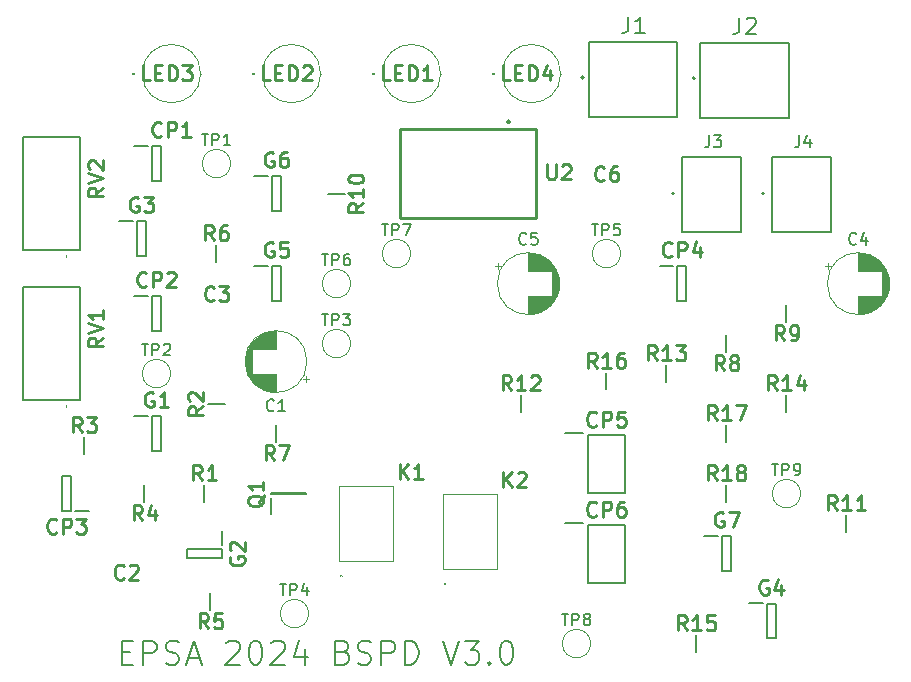
<source format=gbr>
%TF.GenerationSoftware,KiCad,Pcbnew,8.0.0*%
%TF.CreationDate,2024-04-17T16:33:47+02:00*%
%TF.ProjectId,bspdv3,62737064-7633-42e6-9b69-6361645f7063,rev?*%
%TF.SameCoordinates,Original*%
%TF.FileFunction,Legend,Top*%
%TF.FilePolarity,Positive*%
%FSLAX46Y46*%
G04 Gerber Fmt 4.6, Leading zero omitted, Abs format (unit mm)*
G04 Created by KiCad (PCBNEW 8.0.0) date 2024-04-17 16:33:47*
%MOMM*%
%LPD*%
G01*
G04 APERTURE LIST*
%ADD10C,0.200000*%
%ADD11C,0.254000*%
%ADD12C,0.150000*%
%ADD13C,0.120000*%
%ADD14C,0.100000*%
%ADD15C,0.127000*%
G04 APERTURE END LIST*
D10*
X27531768Y-69309219D02*
X28198435Y-69309219D01*
X28484149Y-70356838D02*
X27531768Y-70356838D01*
X27531768Y-70356838D02*
X27531768Y-68356838D01*
X27531768Y-68356838D02*
X28484149Y-68356838D01*
X29341292Y-70356838D02*
X29341292Y-68356838D01*
X29341292Y-68356838D02*
X30103197Y-68356838D01*
X30103197Y-68356838D02*
X30293673Y-68452076D01*
X30293673Y-68452076D02*
X30388911Y-68547314D01*
X30388911Y-68547314D02*
X30484149Y-68737790D01*
X30484149Y-68737790D02*
X30484149Y-69023504D01*
X30484149Y-69023504D02*
X30388911Y-69213980D01*
X30388911Y-69213980D02*
X30293673Y-69309219D01*
X30293673Y-69309219D02*
X30103197Y-69404457D01*
X30103197Y-69404457D02*
X29341292Y-69404457D01*
X31246054Y-70261600D02*
X31531768Y-70356838D01*
X31531768Y-70356838D02*
X32007959Y-70356838D01*
X32007959Y-70356838D02*
X32198435Y-70261600D01*
X32198435Y-70261600D02*
X32293673Y-70166361D01*
X32293673Y-70166361D02*
X32388911Y-69975885D01*
X32388911Y-69975885D02*
X32388911Y-69785409D01*
X32388911Y-69785409D02*
X32293673Y-69594933D01*
X32293673Y-69594933D02*
X32198435Y-69499695D01*
X32198435Y-69499695D02*
X32007959Y-69404457D01*
X32007959Y-69404457D02*
X31627006Y-69309219D01*
X31627006Y-69309219D02*
X31436530Y-69213980D01*
X31436530Y-69213980D02*
X31341292Y-69118742D01*
X31341292Y-69118742D02*
X31246054Y-68928266D01*
X31246054Y-68928266D02*
X31246054Y-68737790D01*
X31246054Y-68737790D02*
X31341292Y-68547314D01*
X31341292Y-68547314D02*
X31436530Y-68452076D01*
X31436530Y-68452076D02*
X31627006Y-68356838D01*
X31627006Y-68356838D02*
X32103197Y-68356838D01*
X32103197Y-68356838D02*
X32388911Y-68452076D01*
X33150816Y-69785409D02*
X34103197Y-69785409D01*
X32960340Y-70356838D02*
X33627006Y-68356838D01*
X33627006Y-68356838D02*
X34293673Y-70356838D01*
X36388912Y-68547314D02*
X36484150Y-68452076D01*
X36484150Y-68452076D02*
X36674626Y-68356838D01*
X36674626Y-68356838D02*
X37150817Y-68356838D01*
X37150817Y-68356838D02*
X37341293Y-68452076D01*
X37341293Y-68452076D02*
X37436531Y-68547314D01*
X37436531Y-68547314D02*
X37531769Y-68737790D01*
X37531769Y-68737790D02*
X37531769Y-68928266D01*
X37531769Y-68928266D02*
X37436531Y-69213980D01*
X37436531Y-69213980D02*
X36293674Y-70356838D01*
X36293674Y-70356838D02*
X37531769Y-70356838D01*
X38769864Y-68356838D02*
X38960341Y-68356838D01*
X38960341Y-68356838D02*
X39150817Y-68452076D01*
X39150817Y-68452076D02*
X39246055Y-68547314D01*
X39246055Y-68547314D02*
X39341293Y-68737790D01*
X39341293Y-68737790D02*
X39436531Y-69118742D01*
X39436531Y-69118742D02*
X39436531Y-69594933D01*
X39436531Y-69594933D02*
X39341293Y-69975885D01*
X39341293Y-69975885D02*
X39246055Y-70166361D01*
X39246055Y-70166361D02*
X39150817Y-70261600D01*
X39150817Y-70261600D02*
X38960341Y-70356838D01*
X38960341Y-70356838D02*
X38769864Y-70356838D01*
X38769864Y-70356838D02*
X38579388Y-70261600D01*
X38579388Y-70261600D02*
X38484150Y-70166361D01*
X38484150Y-70166361D02*
X38388912Y-69975885D01*
X38388912Y-69975885D02*
X38293674Y-69594933D01*
X38293674Y-69594933D02*
X38293674Y-69118742D01*
X38293674Y-69118742D02*
X38388912Y-68737790D01*
X38388912Y-68737790D02*
X38484150Y-68547314D01*
X38484150Y-68547314D02*
X38579388Y-68452076D01*
X38579388Y-68452076D02*
X38769864Y-68356838D01*
X40198436Y-68547314D02*
X40293674Y-68452076D01*
X40293674Y-68452076D02*
X40484150Y-68356838D01*
X40484150Y-68356838D02*
X40960341Y-68356838D01*
X40960341Y-68356838D02*
X41150817Y-68452076D01*
X41150817Y-68452076D02*
X41246055Y-68547314D01*
X41246055Y-68547314D02*
X41341293Y-68737790D01*
X41341293Y-68737790D02*
X41341293Y-68928266D01*
X41341293Y-68928266D02*
X41246055Y-69213980D01*
X41246055Y-69213980D02*
X40103198Y-70356838D01*
X40103198Y-70356838D02*
X41341293Y-70356838D01*
X43055579Y-69023504D02*
X43055579Y-70356838D01*
X42579388Y-68261600D02*
X42103198Y-69690171D01*
X42103198Y-69690171D02*
X43341293Y-69690171D01*
X46293675Y-69309219D02*
X46579389Y-69404457D01*
X46579389Y-69404457D02*
X46674627Y-69499695D01*
X46674627Y-69499695D02*
X46769865Y-69690171D01*
X46769865Y-69690171D02*
X46769865Y-69975885D01*
X46769865Y-69975885D02*
X46674627Y-70166361D01*
X46674627Y-70166361D02*
X46579389Y-70261600D01*
X46579389Y-70261600D02*
X46388913Y-70356838D01*
X46388913Y-70356838D02*
X45627008Y-70356838D01*
X45627008Y-70356838D02*
X45627008Y-68356838D01*
X45627008Y-68356838D02*
X46293675Y-68356838D01*
X46293675Y-68356838D02*
X46484151Y-68452076D01*
X46484151Y-68452076D02*
X46579389Y-68547314D01*
X46579389Y-68547314D02*
X46674627Y-68737790D01*
X46674627Y-68737790D02*
X46674627Y-68928266D01*
X46674627Y-68928266D02*
X46579389Y-69118742D01*
X46579389Y-69118742D02*
X46484151Y-69213980D01*
X46484151Y-69213980D02*
X46293675Y-69309219D01*
X46293675Y-69309219D02*
X45627008Y-69309219D01*
X47531770Y-70261600D02*
X47817484Y-70356838D01*
X47817484Y-70356838D02*
X48293675Y-70356838D01*
X48293675Y-70356838D02*
X48484151Y-70261600D01*
X48484151Y-70261600D02*
X48579389Y-70166361D01*
X48579389Y-70166361D02*
X48674627Y-69975885D01*
X48674627Y-69975885D02*
X48674627Y-69785409D01*
X48674627Y-69785409D02*
X48579389Y-69594933D01*
X48579389Y-69594933D02*
X48484151Y-69499695D01*
X48484151Y-69499695D02*
X48293675Y-69404457D01*
X48293675Y-69404457D02*
X47912722Y-69309219D01*
X47912722Y-69309219D02*
X47722246Y-69213980D01*
X47722246Y-69213980D02*
X47627008Y-69118742D01*
X47627008Y-69118742D02*
X47531770Y-68928266D01*
X47531770Y-68928266D02*
X47531770Y-68737790D01*
X47531770Y-68737790D02*
X47627008Y-68547314D01*
X47627008Y-68547314D02*
X47722246Y-68452076D01*
X47722246Y-68452076D02*
X47912722Y-68356838D01*
X47912722Y-68356838D02*
X48388913Y-68356838D01*
X48388913Y-68356838D02*
X48674627Y-68452076D01*
X49531770Y-70356838D02*
X49531770Y-68356838D01*
X49531770Y-68356838D02*
X50293675Y-68356838D01*
X50293675Y-68356838D02*
X50484151Y-68452076D01*
X50484151Y-68452076D02*
X50579389Y-68547314D01*
X50579389Y-68547314D02*
X50674627Y-68737790D01*
X50674627Y-68737790D02*
X50674627Y-69023504D01*
X50674627Y-69023504D02*
X50579389Y-69213980D01*
X50579389Y-69213980D02*
X50484151Y-69309219D01*
X50484151Y-69309219D02*
X50293675Y-69404457D01*
X50293675Y-69404457D02*
X49531770Y-69404457D01*
X51531770Y-70356838D02*
X51531770Y-68356838D01*
X51531770Y-68356838D02*
X52007960Y-68356838D01*
X52007960Y-68356838D02*
X52293675Y-68452076D01*
X52293675Y-68452076D02*
X52484151Y-68642552D01*
X52484151Y-68642552D02*
X52579389Y-68833028D01*
X52579389Y-68833028D02*
X52674627Y-69213980D01*
X52674627Y-69213980D02*
X52674627Y-69499695D01*
X52674627Y-69499695D02*
X52579389Y-69880647D01*
X52579389Y-69880647D02*
X52484151Y-70071123D01*
X52484151Y-70071123D02*
X52293675Y-70261600D01*
X52293675Y-70261600D02*
X52007960Y-70356838D01*
X52007960Y-70356838D02*
X51531770Y-70356838D01*
X54769866Y-68356838D02*
X55436532Y-70356838D01*
X55436532Y-70356838D02*
X56103199Y-68356838D01*
X56579390Y-68356838D02*
X57817485Y-68356838D01*
X57817485Y-68356838D02*
X57150818Y-69118742D01*
X57150818Y-69118742D02*
X57436533Y-69118742D01*
X57436533Y-69118742D02*
X57627009Y-69213980D01*
X57627009Y-69213980D02*
X57722247Y-69309219D01*
X57722247Y-69309219D02*
X57817485Y-69499695D01*
X57817485Y-69499695D02*
X57817485Y-69975885D01*
X57817485Y-69975885D02*
X57722247Y-70166361D01*
X57722247Y-70166361D02*
X57627009Y-70261600D01*
X57627009Y-70261600D02*
X57436533Y-70356838D01*
X57436533Y-70356838D02*
X56865104Y-70356838D01*
X56865104Y-70356838D02*
X56674628Y-70261600D01*
X56674628Y-70261600D02*
X56579390Y-70166361D01*
X58674628Y-70166361D02*
X58769866Y-70261600D01*
X58769866Y-70261600D02*
X58674628Y-70356838D01*
X58674628Y-70356838D02*
X58579390Y-70261600D01*
X58579390Y-70261600D02*
X58674628Y-70166361D01*
X58674628Y-70166361D02*
X58674628Y-70356838D01*
X60007961Y-68356838D02*
X60198438Y-68356838D01*
X60198438Y-68356838D02*
X60388914Y-68452076D01*
X60388914Y-68452076D02*
X60484152Y-68547314D01*
X60484152Y-68547314D02*
X60579390Y-68737790D01*
X60579390Y-68737790D02*
X60674628Y-69118742D01*
X60674628Y-69118742D02*
X60674628Y-69594933D01*
X60674628Y-69594933D02*
X60579390Y-69975885D01*
X60579390Y-69975885D02*
X60484152Y-70166361D01*
X60484152Y-70166361D02*
X60388914Y-70261600D01*
X60388914Y-70261600D02*
X60198438Y-70356838D01*
X60198438Y-70356838D02*
X60007961Y-70356838D01*
X60007961Y-70356838D02*
X59817485Y-70261600D01*
X59817485Y-70261600D02*
X59722247Y-70166361D01*
X59722247Y-70166361D02*
X59627009Y-69975885D01*
X59627009Y-69975885D02*
X59531771Y-69594933D01*
X59531771Y-69594933D02*
X59531771Y-69118742D01*
X59531771Y-69118742D02*
X59627009Y-68737790D01*
X59627009Y-68737790D02*
X59722247Y-68547314D01*
X59722247Y-68547314D02*
X59817485Y-68452076D01*
X59817485Y-68452076D02*
X60007961Y-68356838D01*
D11*
X34852234Y-67300289D02*
X34428900Y-66695527D01*
X34126519Y-67300289D02*
X34126519Y-66030289D01*
X34126519Y-66030289D02*
X34610329Y-66030289D01*
X34610329Y-66030289D02*
X34731281Y-66090765D01*
X34731281Y-66090765D02*
X34791758Y-66151241D01*
X34791758Y-66151241D02*
X34852234Y-66272193D01*
X34852234Y-66272193D02*
X34852234Y-66453622D01*
X34852234Y-66453622D02*
X34791758Y-66574574D01*
X34791758Y-66574574D02*
X34731281Y-66635051D01*
X34731281Y-66635051D02*
X34610329Y-66695527D01*
X34610329Y-66695527D02*
X34126519Y-66695527D01*
X36001281Y-66030289D02*
X35396519Y-66030289D01*
X35396519Y-66030289D02*
X35336043Y-66635051D01*
X35336043Y-66635051D02*
X35396519Y-66574574D01*
X35396519Y-66574574D02*
X35517472Y-66514098D01*
X35517472Y-66514098D02*
X35819853Y-66514098D01*
X35819853Y-66514098D02*
X35940805Y-66574574D01*
X35940805Y-66574574D02*
X36001281Y-66635051D01*
X36001281Y-66635051D02*
X36061758Y-66756003D01*
X36061758Y-66756003D02*
X36061758Y-67058384D01*
X36061758Y-67058384D02*
X36001281Y-67179336D01*
X36001281Y-67179336D02*
X35940805Y-67239813D01*
X35940805Y-67239813D02*
X35819853Y-67300289D01*
X35819853Y-67300289D02*
X35517472Y-67300289D01*
X35517472Y-67300289D02*
X35396519Y-67239813D01*
X35396519Y-67239813D02*
X35336043Y-67179336D01*
X40367857Y-27023755D02*
X40246904Y-26963279D01*
X40246904Y-26963279D02*
X40065476Y-26963279D01*
X40065476Y-26963279D02*
X39884047Y-27023755D01*
X39884047Y-27023755D02*
X39763095Y-27144707D01*
X39763095Y-27144707D02*
X39702618Y-27265660D01*
X39702618Y-27265660D02*
X39642142Y-27507564D01*
X39642142Y-27507564D02*
X39642142Y-27688993D01*
X39642142Y-27688993D02*
X39702618Y-27930898D01*
X39702618Y-27930898D02*
X39763095Y-28051850D01*
X39763095Y-28051850D02*
X39884047Y-28172803D01*
X39884047Y-28172803D02*
X40065476Y-28233279D01*
X40065476Y-28233279D02*
X40186428Y-28233279D01*
X40186428Y-28233279D02*
X40367857Y-28172803D01*
X40367857Y-28172803D02*
X40428333Y-28112326D01*
X40428333Y-28112326D02*
X40428333Y-27688993D01*
X40428333Y-27688993D02*
X40186428Y-27688993D01*
X41516904Y-26963279D02*
X41274999Y-26963279D01*
X41274999Y-26963279D02*
X41154047Y-27023755D01*
X41154047Y-27023755D02*
X41093571Y-27084231D01*
X41093571Y-27084231D02*
X40972618Y-27265660D01*
X40972618Y-27265660D02*
X40912142Y-27507564D01*
X40912142Y-27507564D02*
X40912142Y-27991374D01*
X40912142Y-27991374D02*
X40972618Y-28112326D01*
X40972618Y-28112326D02*
X41033095Y-28172803D01*
X41033095Y-28172803D02*
X41154047Y-28233279D01*
X41154047Y-28233279D02*
X41395952Y-28233279D01*
X41395952Y-28233279D02*
X41516904Y-28172803D01*
X41516904Y-28172803D02*
X41577380Y-28112326D01*
X41577380Y-28112326D02*
X41637857Y-27991374D01*
X41637857Y-27991374D02*
X41637857Y-27688993D01*
X41637857Y-27688993D02*
X41577380Y-27568041D01*
X41577380Y-27568041D02*
X41516904Y-27507564D01*
X41516904Y-27507564D02*
X41395952Y-27447088D01*
X41395952Y-27447088D02*
X41154047Y-27447088D01*
X41154047Y-27447088D02*
X41033095Y-27507564D01*
X41033095Y-27507564D02*
X40972618Y-27568041D01*
X40972618Y-27568041D02*
X40912142Y-27688993D01*
X82991670Y-47132347D02*
X82568336Y-46527585D01*
X82265955Y-47132347D02*
X82265955Y-45862347D01*
X82265955Y-45862347D02*
X82749765Y-45862347D01*
X82749765Y-45862347D02*
X82870717Y-45922823D01*
X82870717Y-45922823D02*
X82931194Y-45983299D01*
X82931194Y-45983299D02*
X82991670Y-46104251D01*
X82991670Y-46104251D02*
X82991670Y-46285680D01*
X82991670Y-46285680D02*
X82931194Y-46406632D01*
X82931194Y-46406632D02*
X82870717Y-46467109D01*
X82870717Y-46467109D02*
X82749765Y-46527585D01*
X82749765Y-46527585D02*
X82265955Y-46527585D01*
X84201194Y-47132347D02*
X83475479Y-47132347D01*
X83838336Y-47132347D02*
X83838336Y-45862347D01*
X83838336Y-45862347D02*
X83717384Y-46043775D01*
X83717384Y-46043775D02*
X83596432Y-46164728D01*
X83596432Y-46164728D02*
X83475479Y-46225204D01*
X85289765Y-46285680D02*
X85289765Y-47132347D01*
X84987384Y-45801871D02*
X84685003Y-46709013D01*
X84685003Y-46709013D02*
X85471194Y-46709013D01*
D12*
X34298095Y-25396819D02*
X34869523Y-25396819D01*
X34583809Y-26396819D02*
X34583809Y-25396819D01*
X35202857Y-26396819D02*
X35202857Y-25396819D01*
X35202857Y-25396819D02*
X35583809Y-25396819D01*
X35583809Y-25396819D02*
X35679047Y-25444438D01*
X35679047Y-25444438D02*
X35726666Y-25492057D01*
X35726666Y-25492057D02*
X35774285Y-25587295D01*
X35774285Y-25587295D02*
X35774285Y-25730152D01*
X35774285Y-25730152D02*
X35726666Y-25825390D01*
X35726666Y-25825390D02*
X35679047Y-25873009D01*
X35679047Y-25873009D02*
X35583809Y-25920628D01*
X35583809Y-25920628D02*
X35202857Y-25920628D01*
X36726666Y-26396819D02*
X36155238Y-26396819D01*
X36440952Y-26396819D02*
X36440952Y-25396819D01*
X36440952Y-25396819D02*
X36345714Y-25539676D01*
X36345714Y-25539676D02*
X36250476Y-25634914D01*
X36250476Y-25634914D02*
X36155238Y-25682533D01*
D11*
X22013333Y-59154404D02*
X21952857Y-59214881D01*
X21952857Y-59214881D02*
X21771428Y-59275357D01*
X21771428Y-59275357D02*
X21650476Y-59275357D01*
X21650476Y-59275357D02*
X21469047Y-59214881D01*
X21469047Y-59214881D02*
X21348095Y-59093928D01*
X21348095Y-59093928D02*
X21287618Y-58972976D01*
X21287618Y-58972976D02*
X21227142Y-58731071D01*
X21227142Y-58731071D02*
X21227142Y-58549642D01*
X21227142Y-58549642D02*
X21287618Y-58307738D01*
X21287618Y-58307738D02*
X21348095Y-58186785D01*
X21348095Y-58186785D02*
X21469047Y-58065833D01*
X21469047Y-58065833D02*
X21650476Y-58005357D01*
X21650476Y-58005357D02*
X21771428Y-58005357D01*
X21771428Y-58005357D02*
X21952857Y-58065833D01*
X21952857Y-58065833D02*
X22013333Y-58126309D01*
X22557618Y-59275357D02*
X22557618Y-58005357D01*
X22557618Y-58005357D02*
X23041428Y-58005357D01*
X23041428Y-58005357D02*
X23162380Y-58065833D01*
X23162380Y-58065833D02*
X23222857Y-58126309D01*
X23222857Y-58126309D02*
X23283333Y-58247261D01*
X23283333Y-58247261D02*
X23283333Y-58428690D01*
X23283333Y-58428690D02*
X23222857Y-58549642D01*
X23222857Y-58549642D02*
X23162380Y-58610119D01*
X23162380Y-58610119D02*
X23041428Y-58670595D01*
X23041428Y-58670595D02*
X22557618Y-58670595D01*
X23706666Y-58005357D02*
X24492857Y-58005357D01*
X24492857Y-58005357D02*
X24069523Y-58489166D01*
X24069523Y-58489166D02*
X24250952Y-58489166D01*
X24250952Y-58489166D02*
X24371904Y-58549642D01*
X24371904Y-58549642D02*
X24432380Y-58610119D01*
X24432380Y-58610119D02*
X24492857Y-58731071D01*
X24492857Y-58731071D02*
X24492857Y-59033452D01*
X24492857Y-59033452D02*
X24432380Y-59154404D01*
X24432380Y-59154404D02*
X24371904Y-59214881D01*
X24371904Y-59214881D02*
X24250952Y-59275357D01*
X24250952Y-59275357D02*
X23888095Y-59275357D01*
X23888095Y-59275357D02*
X23767142Y-59214881D01*
X23767142Y-59214881D02*
X23706666Y-59154404D01*
X74113333Y-35732326D02*
X74052857Y-35792803D01*
X74052857Y-35792803D02*
X73871428Y-35853279D01*
X73871428Y-35853279D02*
X73750476Y-35853279D01*
X73750476Y-35853279D02*
X73569047Y-35792803D01*
X73569047Y-35792803D02*
X73448095Y-35671850D01*
X73448095Y-35671850D02*
X73387618Y-35550898D01*
X73387618Y-35550898D02*
X73327142Y-35308993D01*
X73327142Y-35308993D02*
X73327142Y-35127564D01*
X73327142Y-35127564D02*
X73387618Y-34885660D01*
X73387618Y-34885660D02*
X73448095Y-34764707D01*
X73448095Y-34764707D02*
X73569047Y-34643755D01*
X73569047Y-34643755D02*
X73750476Y-34583279D01*
X73750476Y-34583279D02*
X73871428Y-34583279D01*
X73871428Y-34583279D02*
X74052857Y-34643755D01*
X74052857Y-34643755D02*
X74113333Y-34704231D01*
X74657618Y-35853279D02*
X74657618Y-34583279D01*
X74657618Y-34583279D02*
X75141428Y-34583279D01*
X75141428Y-34583279D02*
X75262380Y-34643755D01*
X75262380Y-34643755D02*
X75322857Y-34704231D01*
X75322857Y-34704231D02*
X75383333Y-34825183D01*
X75383333Y-34825183D02*
X75383333Y-35006612D01*
X75383333Y-35006612D02*
X75322857Y-35127564D01*
X75322857Y-35127564D02*
X75262380Y-35188041D01*
X75262380Y-35188041D02*
X75141428Y-35248517D01*
X75141428Y-35248517D02*
X74657618Y-35248517D01*
X76471904Y-35006612D02*
X76471904Y-35853279D01*
X76169523Y-34522803D02*
X75867142Y-35429945D01*
X75867142Y-35429945D02*
X76653333Y-35429945D01*
X24160432Y-50688347D02*
X23737098Y-50083585D01*
X23434717Y-50688347D02*
X23434717Y-49418347D01*
X23434717Y-49418347D02*
X23918527Y-49418347D01*
X23918527Y-49418347D02*
X24039479Y-49478823D01*
X24039479Y-49478823D02*
X24099956Y-49539299D01*
X24099956Y-49539299D02*
X24160432Y-49660251D01*
X24160432Y-49660251D02*
X24160432Y-49841680D01*
X24160432Y-49841680D02*
X24099956Y-49962632D01*
X24099956Y-49962632D02*
X24039479Y-50023109D01*
X24039479Y-50023109D02*
X23918527Y-50083585D01*
X23918527Y-50083585D02*
X23434717Y-50083585D01*
X24583765Y-49418347D02*
X25369956Y-49418347D01*
X25369956Y-49418347D02*
X24946622Y-49902156D01*
X24946622Y-49902156D02*
X25128051Y-49902156D01*
X25128051Y-49902156D02*
X25249003Y-49962632D01*
X25249003Y-49962632D02*
X25309479Y-50023109D01*
X25309479Y-50023109D02*
X25369956Y-50144061D01*
X25369956Y-50144061D02*
X25369956Y-50446442D01*
X25369956Y-50446442D02*
X25309479Y-50567394D01*
X25309479Y-50567394D02*
X25249003Y-50627871D01*
X25249003Y-50627871D02*
X25128051Y-50688347D01*
X25128051Y-50688347D02*
X24765194Y-50688347D01*
X24765194Y-50688347D02*
X24644241Y-50627871D01*
X24644241Y-50627871D02*
X24583765Y-50567394D01*
X29633333Y-38272326D02*
X29572857Y-38332803D01*
X29572857Y-38332803D02*
X29391428Y-38393279D01*
X29391428Y-38393279D02*
X29270476Y-38393279D01*
X29270476Y-38393279D02*
X29089047Y-38332803D01*
X29089047Y-38332803D02*
X28968095Y-38211850D01*
X28968095Y-38211850D02*
X28907618Y-38090898D01*
X28907618Y-38090898D02*
X28847142Y-37848993D01*
X28847142Y-37848993D02*
X28847142Y-37667564D01*
X28847142Y-37667564D02*
X28907618Y-37425660D01*
X28907618Y-37425660D02*
X28968095Y-37304707D01*
X28968095Y-37304707D02*
X29089047Y-37183755D01*
X29089047Y-37183755D02*
X29270476Y-37123279D01*
X29270476Y-37123279D02*
X29391428Y-37123279D01*
X29391428Y-37123279D02*
X29572857Y-37183755D01*
X29572857Y-37183755D02*
X29633333Y-37244231D01*
X30177618Y-38393279D02*
X30177618Y-37123279D01*
X30177618Y-37123279D02*
X30661428Y-37123279D01*
X30661428Y-37123279D02*
X30782380Y-37183755D01*
X30782380Y-37183755D02*
X30842857Y-37244231D01*
X30842857Y-37244231D02*
X30903333Y-37365183D01*
X30903333Y-37365183D02*
X30903333Y-37546612D01*
X30903333Y-37546612D02*
X30842857Y-37667564D01*
X30842857Y-37667564D02*
X30782380Y-37728041D01*
X30782380Y-37728041D02*
X30661428Y-37788517D01*
X30661428Y-37788517D02*
X30177618Y-37788517D01*
X31387142Y-37244231D02*
X31447618Y-37183755D01*
X31447618Y-37183755D02*
X31568571Y-37123279D01*
X31568571Y-37123279D02*
X31870952Y-37123279D01*
X31870952Y-37123279D02*
X31991904Y-37183755D01*
X31991904Y-37183755D02*
X32052380Y-37244231D01*
X32052380Y-37244231D02*
X32112857Y-37365183D01*
X32112857Y-37365183D02*
X32112857Y-37486136D01*
X32112857Y-37486136D02*
X32052380Y-37667564D01*
X32052380Y-37667564D02*
X31326666Y-38393279D01*
X31326666Y-38393279D02*
X32112857Y-38393279D01*
X36729833Y-61232142D02*
X36669357Y-61353095D01*
X36669357Y-61353095D02*
X36669357Y-61534523D01*
X36669357Y-61534523D02*
X36729833Y-61715952D01*
X36729833Y-61715952D02*
X36850785Y-61836904D01*
X36850785Y-61836904D02*
X36971738Y-61897381D01*
X36971738Y-61897381D02*
X37213642Y-61957857D01*
X37213642Y-61957857D02*
X37395071Y-61957857D01*
X37395071Y-61957857D02*
X37636976Y-61897381D01*
X37636976Y-61897381D02*
X37757928Y-61836904D01*
X37757928Y-61836904D02*
X37878881Y-61715952D01*
X37878881Y-61715952D02*
X37939357Y-61534523D01*
X37939357Y-61534523D02*
X37939357Y-61413571D01*
X37939357Y-61413571D02*
X37878881Y-61232142D01*
X37878881Y-61232142D02*
X37818404Y-61171666D01*
X37818404Y-61171666D02*
X37395071Y-61171666D01*
X37395071Y-61171666D02*
X37395071Y-61413571D01*
X36790309Y-60687857D02*
X36729833Y-60627381D01*
X36729833Y-60627381D02*
X36669357Y-60506428D01*
X36669357Y-60506428D02*
X36669357Y-60204047D01*
X36669357Y-60204047D02*
X36729833Y-60083095D01*
X36729833Y-60083095D02*
X36790309Y-60022619D01*
X36790309Y-60022619D02*
X36911261Y-59962142D01*
X36911261Y-59962142D02*
X37032214Y-59962142D01*
X37032214Y-59962142D02*
X37213642Y-60022619D01*
X37213642Y-60022619D02*
X37939357Y-60748333D01*
X37939357Y-60748333D02*
X37939357Y-59962142D01*
X30903333Y-25572326D02*
X30842857Y-25632803D01*
X30842857Y-25632803D02*
X30661428Y-25693279D01*
X30661428Y-25693279D02*
X30540476Y-25693279D01*
X30540476Y-25693279D02*
X30359047Y-25632803D01*
X30359047Y-25632803D02*
X30238095Y-25511850D01*
X30238095Y-25511850D02*
X30177618Y-25390898D01*
X30177618Y-25390898D02*
X30117142Y-25148993D01*
X30117142Y-25148993D02*
X30117142Y-24967564D01*
X30117142Y-24967564D02*
X30177618Y-24725660D01*
X30177618Y-24725660D02*
X30238095Y-24604707D01*
X30238095Y-24604707D02*
X30359047Y-24483755D01*
X30359047Y-24483755D02*
X30540476Y-24423279D01*
X30540476Y-24423279D02*
X30661428Y-24423279D01*
X30661428Y-24423279D02*
X30842857Y-24483755D01*
X30842857Y-24483755D02*
X30903333Y-24544231D01*
X31447618Y-25693279D02*
X31447618Y-24423279D01*
X31447618Y-24423279D02*
X31931428Y-24423279D01*
X31931428Y-24423279D02*
X32052380Y-24483755D01*
X32052380Y-24483755D02*
X32112857Y-24544231D01*
X32112857Y-24544231D02*
X32173333Y-24665183D01*
X32173333Y-24665183D02*
X32173333Y-24846612D01*
X32173333Y-24846612D02*
X32112857Y-24967564D01*
X32112857Y-24967564D02*
X32052380Y-25028041D01*
X32052380Y-25028041D02*
X31931428Y-25088517D01*
X31931428Y-25088517D02*
X31447618Y-25088517D01*
X33382857Y-25693279D02*
X32657142Y-25693279D01*
X33019999Y-25693279D02*
X33019999Y-24423279D01*
X33019999Y-24423279D02*
X32899047Y-24604707D01*
X32899047Y-24604707D02*
X32778095Y-24725660D01*
X32778095Y-24725660D02*
X32657142Y-24786136D01*
D12*
X40428433Y-48813580D02*
X40380814Y-48861200D01*
X40380814Y-48861200D02*
X40237957Y-48908819D01*
X40237957Y-48908819D02*
X40142719Y-48908819D01*
X40142719Y-48908819D02*
X39999862Y-48861200D01*
X39999862Y-48861200D02*
X39904624Y-48765961D01*
X39904624Y-48765961D02*
X39857005Y-48670723D01*
X39857005Y-48670723D02*
X39809386Y-48480247D01*
X39809386Y-48480247D02*
X39809386Y-48337390D01*
X39809386Y-48337390D02*
X39857005Y-48146914D01*
X39857005Y-48146914D02*
X39904624Y-48051676D01*
X39904624Y-48051676D02*
X39999862Y-47956438D01*
X39999862Y-47956438D02*
X40142719Y-47908819D01*
X40142719Y-47908819D02*
X40237957Y-47908819D01*
X40237957Y-47908819D02*
X40380814Y-47956438D01*
X40380814Y-47956438D02*
X40428433Y-48004057D01*
X41380814Y-48908819D02*
X40809386Y-48908819D01*
X41095100Y-48908819D02*
X41095100Y-47908819D01*
X41095100Y-47908819D02*
X40999862Y-48051676D01*
X40999862Y-48051676D02*
X40904624Y-48146914D01*
X40904624Y-48146914D02*
X40809386Y-48194533D01*
D11*
X28937857Y-30833755D02*
X28816904Y-30773279D01*
X28816904Y-30773279D02*
X28635476Y-30773279D01*
X28635476Y-30773279D02*
X28454047Y-30833755D01*
X28454047Y-30833755D02*
X28333095Y-30954707D01*
X28333095Y-30954707D02*
X28272618Y-31075660D01*
X28272618Y-31075660D02*
X28212142Y-31317564D01*
X28212142Y-31317564D02*
X28212142Y-31498993D01*
X28212142Y-31498993D02*
X28272618Y-31740898D01*
X28272618Y-31740898D02*
X28333095Y-31861850D01*
X28333095Y-31861850D02*
X28454047Y-31982803D01*
X28454047Y-31982803D02*
X28635476Y-32043279D01*
X28635476Y-32043279D02*
X28756428Y-32043279D01*
X28756428Y-32043279D02*
X28937857Y-31982803D01*
X28937857Y-31982803D02*
X28998333Y-31922326D01*
X28998333Y-31922326D02*
X28998333Y-31498993D01*
X28998333Y-31498993D02*
X28756428Y-31498993D01*
X29421666Y-30773279D02*
X30207857Y-30773279D01*
X30207857Y-30773279D02*
X29784523Y-31257088D01*
X29784523Y-31257088D02*
X29965952Y-31257088D01*
X29965952Y-31257088D02*
X30086904Y-31317564D01*
X30086904Y-31317564D02*
X30147380Y-31378041D01*
X30147380Y-31378041D02*
X30207857Y-31498993D01*
X30207857Y-31498993D02*
X30207857Y-31801374D01*
X30207857Y-31801374D02*
X30147380Y-31922326D01*
X30147380Y-31922326D02*
X30086904Y-31982803D01*
X30086904Y-31982803D02*
X29965952Y-32043279D01*
X29965952Y-32043279D02*
X29603095Y-32043279D01*
X29603095Y-32043279D02*
X29482142Y-31982803D01*
X29482142Y-31982803D02*
X29421666Y-31922326D01*
X40103809Y-20894318D02*
X39499047Y-20894318D01*
X39499047Y-20894318D02*
X39499047Y-19624318D01*
X40527142Y-20229080D02*
X40950476Y-20229080D01*
X41131904Y-20894318D02*
X40527142Y-20894318D01*
X40527142Y-20894318D02*
X40527142Y-19624318D01*
X40527142Y-19624318D02*
X41131904Y-19624318D01*
X41676190Y-20894318D02*
X41676190Y-19624318D01*
X41676190Y-19624318D02*
X41978571Y-19624318D01*
X41978571Y-19624318D02*
X42160000Y-19684794D01*
X42160000Y-19684794D02*
X42280952Y-19805746D01*
X42280952Y-19805746D02*
X42341429Y-19926699D01*
X42341429Y-19926699D02*
X42401905Y-20168603D01*
X42401905Y-20168603D02*
X42401905Y-20350032D01*
X42401905Y-20350032D02*
X42341429Y-20591937D01*
X42341429Y-20591937D02*
X42280952Y-20712889D01*
X42280952Y-20712889D02*
X42160000Y-20833842D01*
X42160000Y-20833842D02*
X41978571Y-20894318D01*
X41978571Y-20894318D02*
X41676190Y-20894318D01*
X42885714Y-19745270D02*
X42946190Y-19684794D01*
X42946190Y-19684794D02*
X43067143Y-19624318D01*
X43067143Y-19624318D02*
X43369524Y-19624318D01*
X43369524Y-19624318D02*
X43490476Y-19684794D01*
X43490476Y-19684794D02*
X43550952Y-19745270D01*
X43550952Y-19745270D02*
X43611429Y-19866222D01*
X43611429Y-19866222D02*
X43611429Y-19987175D01*
X43611429Y-19987175D02*
X43550952Y-20168603D01*
X43550952Y-20168603D02*
X42825238Y-20894318D01*
X42825238Y-20894318D02*
X43611429Y-20894318D01*
X35336432Y-34432347D02*
X34913098Y-33827585D01*
X34610717Y-34432347D02*
X34610717Y-33162347D01*
X34610717Y-33162347D02*
X35094527Y-33162347D01*
X35094527Y-33162347D02*
X35215479Y-33222823D01*
X35215479Y-33222823D02*
X35275956Y-33283299D01*
X35275956Y-33283299D02*
X35336432Y-33404251D01*
X35336432Y-33404251D02*
X35336432Y-33585680D01*
X35336432Y-33585680D02*
X35275956Y-33706632D01*
X35275956Y-33706632D02*
X35215479Y-33767109D01*
X35215479Y-33767109D02*
X35094527Y-33827585D01*
X35094527Y-33827585D02*
X34610717Y-33827585D01*
X36425003Y-33162347D02*
X36183098Y-33162347D01*
X36183098Y-33162347D02*
X36062146Y-33222823D01*
X36062146Y-33222823D02*
X36001670Y-33283299D01*
X36001670Y-33283299D02*
X35880717Y-33464728D01*
X35880717Y-33464728D02*
X35820241Y-33706632D01*
X35820241Y-33706632D02*
X35820241Y-34190442D01*
X35820241Y-34190442D02*
X35880717Y-34311394D01*
X35880717Y-34311394D02*
X35941194Y-34371871D01*
X35941194Y-34371871D02*
X36062146Y-34432347D01*
X36062146Y-34432347D02*
X36304051Y-34432347D01*
X36304051Y-34432347D02*
X36425003Y-34371871D01*
X36425003Y-34371871D02*
X36485479Y-34311394D01*
X36485479Y-34311394D02*
X36545956Y-34190442D01*
X36545956Y-34190442D02*
X36545956Y-33888061D01*
X36545956Y-33888061D02*
X36485479Y-33767109D01*
X36485479Y-33767109D02*
X36425003Y-33706632D01*
X36425003Y-33706632D02*
X36304051Y-33646156D01*
X36304051Y-33646156D02*
X36062146Y-33646156D01*
X36062146Y-33646156D02*
X35941194Y-33706632D01*
X35941194Y-33706632D02*
X35880717Y-33767109D01*
X35880717Y-33767109D02*
X35820241Y-33888061D01*
X47996289Y-31284527D02*
X47391527Y-31707861D01*
X47996289Y-32010242D02*
X46726289Y-32010242D01*
X46726289Y-32010242D02*
X46726289Y-31526432D01*
X46726289Y-31526432D02*
X46786765Y-31405480D01*
X46786765Y-31405480D02*
X46847241Y-31345003D01*
X46847241Y-31345003D02*
X46968193Y-31284527D01*
X46968193Y-31284527D02*
X47149622Y-31284527D01*
X47149622Y-31284527D02*
X47270574Y-31345003D01*
X47270574Y-31345003D02*
X47331051Y-31405480D01*
X47331051Y-31405480D02*
X47391527Y-31526432D01*
X47391527Y-31526432D02*
X47391527Y-32010242D01*
X47996289Y-30075003D02*
X47996289Y-30800718D01*
X47996289Y-30437861D02*
X46726289Y-30437861D01*
X46726289Y-30437861D02*
X46907717Y-30558813D01*
X46907717Y-30558813D02*
X47028670Y-30679765D01*
X47028670Y-30679765D02*
X47089146Y-30800718D01*
X46726289Y-29288813D02*
X46726289Y-29167860D01*
X46726289Y-29167860D02*
X46786765Y-29046908D01*
X46786765Y-29046908D02*
X46847241Y-28986432D01*
X46847241Y-28986432D02*
X46968193Y-28925956D01*
X46968193Y-28925956D02*
X47210098Y-28865479D01*
X47210098Y-28865479D02*
X47512479Y-28865479D01*
X47512479Y-28865479D02*
X47754384Y-28925956D01*
X47754384Y-28925956D02*
X47875336Y-28986432D01*
X47875336Y-28986432D02*
X47935813Y-29046908D01*
X47935813Y-29046908D02*
X47996289Y-29167860D01*
X47996289Y-29167860D02*
X47996289Y-29288813D01*
X47996289Y-29288813D02*
X47935813Y-29409765D01*
X47935813Y-29409765D02*
X47875336Y-29470241D01*
X47875336Y-29470241D02*
X47754384Y-29530718D01*
X47754384Y-29530718D02*
X47512479Y-29591194D01*
X47512479Y-29591194D02*
X47210098Y-29591194D01*
X47210098Y-29591194D02*
X46968193Y-29530718D01*
X46968193Y-29530718D02*
X46847241Y-29470241D01*
X46847241Y-29470241D02*
X46786765Y-29409765D01*
X46786765Y-29409765D02*
X46726289Y-29288813D01*
X63561668Y-27997690D02*
X63561668Y-29025785D01*
X63561668Y-29025785D02*
X63622145Y-29146737D01*
X63622145Y-29146737D02*
X63682621Y-29207214D01*
X63682621Y-29207214D02*
X63803573Y-29267690D01*
X63803573Y-29267690D02*
X64045478Y-29267690D01*
X64045478Y-29267690D02*
X64166430Y-29207214D01*
X64166430Y-29207214D02*
X64226907Y-29146737D01*
X64226907Y-29146737D02*
X64287383Y-29025785D01*
X64287383Y-29025785D02*
X64287383Y-27997690D01*
X64831668Y-28118642D02*
X64892144Y-28058166D01*
X64892144Y-28058166D02*
X65013097Y-27997690D01*
X65013097Y-27997690D02*
X65315478Y-27997690D01*
X65315478Y-27997690D02*
X65436430Y-28058166D01*
X65436430Y-28058166D02*
X65496906Y-28118642D01*
X65496906Y-28118642D02*
X65557383Y-28239594D01*
X65557383Y-28239594D02*
X65557383Y-28360547D01*
X65557383Y-28360547D02*
X65496906Y-28541975D01*
X65496906Y-28541975D02*
X64771192Y-29267690D01*
X64771192Y-29267690D02*
X65557383Y-29267690D01*
X40367857Y-34643755D02*
X40246904Y-34583279D01*
X40246904Y-34583279D02*
X40065476Y-34583279D01*
X40065476Y-34583279D02*
X39884047Y-34643755D01*
X39884047Y-34643755D02*
X39763095Y-34764707D01*
X39763095Y-34764707D02*
X39702618Y-34885660D01*
X39702618Y-34885660D02*
X39642142Y-35127564D01*
X39642142Y-35127564D02*
X39642142Y-35308993D01*
X39642142Y-35308993D02*
X39702618Y-35550898D01*
X39702618Y-35550898D02*
X39763095Y-35671850D01*
X39763095Y-35671850D02*
X39884047Y-35792803D01*
X39884047Y-35792803D02*
X40065476Y-35853279D01*
X40065476Y-35853279D02*
X40186428Y-35853279D01*
X40186428Y-35853279D02*
X40367857Y-35792803D01*
X40367857Y-35792803D02*
X40428333Y-35732326D01*
X40428333Y-35732326D02*
X40428333Y-35308993D01*
X40428333Y-35308993D02*
X40186428Y-35308993D01*
X41577380Y-34583279D02*
X40972618Y-34583279D01*
X40972618Y-34583279D02*
X40912142Y-35188041D01*
X40912142Y-35188041D02*
X40972618Y-35127564D01*
X40972618Y-35127564D02*
X41093571Y-35067088D01*
X41093571Y-35067088D02*
X41395952Y-35067088D01*
X41395952Y-35067088D02*
X41516904Y-35127564D01*
X41516904Y-35127564D02*
X41577380Y-35188041D01*
X41577380Y-35188041D02*
X41637857Y-35308993D01*
X41637857Y-35308993D02*
X41637857Y-35611374D01*
X41637857Y-35611374D02*
X41577380Y-35732326D01*
X41577380Y-35732326D02*
X41516904Y-35792803D01*
X41516904Y-35792803D02*
X41395952Y-35853279D01*
X41395952Y-35853279D02*
X41093571Y-35853279D01*
X41093571Y-35853279D02*
X40972618Y-35792803D01*
X40972618Y-35792803D02*
X40912142Y-35732326D01*
X25974318Y-29965951D02*
X25369556Y-30389285D01*
X25974318Y-30691666D02*
X24704318Y-30691666D01*
X24704318Y-30691666D02*
X24704318Y-30207856D01*
X24704318Y-30207856D02*
X24764794Y-30086904D01*
X24764794Y-30086904D02*
X24825270Y-30026427D01*
X24825270Y-30026427D02*
X24946222Y-29965951D01*
X24946222Y-29965951D02*
X25127651Y-29965951D01*
X25127651Y-29965951D02*
X25248603Y-30026427D01*
X25248603Y-30026427D02*
X25309080Y-30086904D01*
X25309080Y-30086904D02*
X25369556Y-30207856D01*
X25369556Y-30207856D02*
X25369556Y-30691666D01*
X24704318Y-29603094D02*
X25974318Y-29179761D01*
X25974318Y-29179761D02*
X24704318Y-28756427D01*
X24825270Y-28393571D02*
X24764794Y-28333095D01*
X24764794Y-28333095D02*
X24704318Y-28212142D01*
X24704318Y-28212142D02*
X24704318Y-27909761D01*
X24704318Y-27909761D02*
X24764794Y-27788809D01*
X24764794Y-27788809D02*
X24825270Y-27728333D01*
X24825270Y-27728333D02*
X24946222Y-27667856D01*
X24946222Y-27667856D02*
X25067175Y-27667856D01*
X25067175Y-27667856D02*
X25248603Y-27728333D01*
X25248603Y-27728333D02*
X25974318Y-28454047D01*
X25974318Y-28454047D02*
X25974318Y-27667856D01*
D12*
X61793333Y-34709580D02*
X61745714Y-34757200D01*
X61745714Y-34757200D02*
X61602857Y-34804819D01*
X61602857Y-34804819D02*
X61507619Y-34804819D01*
X61507619Y-34804819D02*
X61364762Y-34757200D01*
X61364762Y-34757200D02*
X61269524Y-34661961D01*
X61269524Y-34661961D02*
X61221905Y-34566723D01*
X61221905Y-34566723D02*
X61174286Y-34376247D01*
X61174286Y-34376247D02*
X61174286Y-34233390D01*
X61174286Y-34233390D02*
X61221905Y-34042914D01*
X61221905Y-34042914D02*
X61269524Y-33947676D01*
X61269524Y-33947676D02*
X61364762Y-33852438D01*
X61364762Y-33852438D02*
X61507619Y-33804819D01*
X61507619Y-33804819D02*
X61602857Y-33804819D01*
X61602857Y-33804819D02*
X61745714Y-33852438D01*
X61745714Y-33852438D02*
X61793333Y-33900057D01*
X62698095Y-33804819D02*
X62221905Y-33804819D01*
X62221905Y-33804819D02*
X62174286Y-34281009D01*
X62174286Y-34281009D02*
X62221905Y-34233390D01*
X62221905Y-34233390D02*
X62317143Y-34185771D01*
X62317143Y-34185771D02*
X62555238Y-34185771D01*
X62555238Y-34185771D02*
X62650476Y-34233390D01*
X62650476Y-34233390D02*
X62698095Y-34281009D01*
X62698095Y-34281009D02*
X62745714Y-34376247D01*
X62745714Y-34376247D02*
X62745714Y-34614342D01*
X62745714Y-34614342D02*
X62698095Y-34709580D01*
X62698095Y-34709580D02*
X62650476Y-34757200D01*
X62650476Y-34757200D02*
X62555238Y-34804819D01*
X62555238Y-34804819D02*
X62317143Y-34804819D01*
X62317143Y-34804819D02*
X62221905Y-34757200D01*
X62221905Y-34757200D02*
X62174286Y-34709580D01*
D11*
X50263809Y-20894318D02*
X49659047Y-20894318D01*
X49659047Y-20894318D02*
X49659047Y-19624318D01*
X50687142Y-20229080D02*
X51110476Y-20229080D01*
X51291904Y-20894318D02*
X50687142Y-20894318D01*
X50687142Y-20894318D02*
X50687142Y-19624318D01*
X50687142Y-19624318D02*
X51291904Y-19624318D01*
X51836190Y-20894318D02*
X51836190Y-19624318D01*
X51836190Y-19624318D02*
X52138571Y-19624318D01*
X52138571Y-19624318D02*
X52320000Y-19684794D01*
X52320000Y-19684794D02*
X52440952Y-19805746D01*
X52440952Y-19805746D02*
X52501429Y-19926699D01*
X52501429Y-19926699D02*
X52561905Y-20168603D01*
X52561905Y-20168603D02*
X52561905Y-20350032D01*
X52561905Y-20350032D02*
X52501429Y-20591937D01*
X52501429Y-20591937D02*
X52440952Y-20712889D01*
X52440952Y-20712889D02*
X52320000Y-20833842D01*
X52320000Y-20833842D02*
X52138571Y-20894318D01*
X52138571Y-20894318D02*
X51836190Y-20894318D01*
X53771429Y-20894318D02*
X53045714Y-20894318D01*
X53408571Y-20894318D02*
X53408571Y-19624318D01*
X53408571Y-19624318D02*
X53287619Y-19805746D01*
X53287619Y-19805746D02*
X53166667Y-19926699D01*
X53166667Y-19926699D02*
X53045714Y-19987175D01*
X29264234Y-58156289D02*
X28840900Y-57551527D01*
X28538519Y-58156289D02*
X28538519Y-56886289D01*
X28538519Y-56886289D02*
X29022329Y-56886289D01*
X29022329Y-56886289D02*
X29143281Y-56946765D01*
X29143281Y-56946765D02*
X29203758Y-57007241D01*
X29203758Y-57007241D02*
X29264234Y-57128193D01*
X29264234Y-57128193D02*
X29264234Y-57309622D01*
X29264234Y-57309622D02*
X29203758Y-57430574D01*
X29203758Y-57430574D02*
X29143281Y-57491051D01*
X29143281Y-57491051D02*
X29022329Y-57551527D01*
X29022329Y-57551527D02*
X28538519Y-57551527D01*
X30352805Y-57309622D02*
X30352805Y-58156289D01*
X30050424Y-56825813D02*
X29748043Y-57732955D01*
X29748043Y-57732955D02*
X30534234Y-57732955D01*
X77911670Y-49672347D02*
X77488336Y-49067585D01*
X77185955Y-49672347D02*
X77185955Y-48402347D01*
X77185955Y-48402347D02*
X77669765Y-48402347D01*
X77669765Y-48402347D02*
X77790717Y-48462823D01*
X77790717Y-48462823D02*
X77851194Y-48523299D01*
X77851194Y-48523299D02*
X77911670Y-48644251D01*
X77911670Y-48644251D02*
X77911670Y-48825680D01*
X77911670Y-48825680D02*
X77851194Y-48946632D01*
X77851194Y-48946632D02*
X77790717Y-49007109D01*
X77790717Y-49007109D02*
X77669765Y-49067585D01*
X77669765Y-49067585D02*
X77185955Y-49067585D01*
X79121194Y-49672347D02*
X78395479Y-49672347D01*
X78758336Y-49672347D02*
X78758336Y-48402347D01*
X78758336Y-48402347D02*
X78637384Y-48583775D01*
X78637384Y-48583775D02*
X78516432Y-48704728D01*
X78516432Y-48704728D02*
X78395479Y-48765204D01*
X79544527Y-48402347D02*
X80391194Y-48402347D01*
X80391194Y-48402347D02*
X79846908Y-49672347D01*
D12*
X84911666Y-25549819D02*
X84911666Y-26264104D01*
X84911666Y-26264104D02*
X84864047Y-26406961D01*
X84864047Y-26406961D02*
X84768809Y-26502200D01*
X84768809Y-26502200D02*
X84625952Y-26549819D01*
X84625952Y-26549819D02*
X84530714Y-26549819D01*
X85816428Y-25883152D02*
X85816428Y-26549819D01*
X85578333Y-25502200D02*
X85340238Y-26216485D01*
X85340238Y-26216485D02*
X85959285Y-26216485D01*
D11*
X78467857Y-57503755D02*
X78346904Y-57443279D01*
X78346904Y-57443279D02*
X78165476Y-57443279D01*
X78165476Y-57443279D02*
X77984047Y-57503755D01*
X77984047Y-57503755D02*
X77863095Y-57624707D01*
X77863095Y-57624707D02*
X77802618Y-57745660D01*
X77802618Y-57745660D02*
X77742142Y-57987564D01*
X77742142Y-57987564D02*
X77742142Y-58168993D01*
X77742142Y-58168993D02*
X77802618Y-58410898D01*
X77802618Y-58410898D02*
X77863095Y-58531850D01*
X77863095Y-58531850D02*
X77984047Y-58652803D01*
X77984047Y-58652803D02*
X78165476Y-58713279D01*
X78165476Y-58713279D02*
X78286428Y-58713279D01*
X78286428Y-58713279D02*
X78467857Y-58652803D01*
X78467857Y-58652803D02*
X78528333Y-58592326D01*
X78528333Y-58592326D02*
X78528333Y-58168993D01*
X78528333Y-58168993D02*
X78286428Y-58168993D01*
X78951666Y-57443279D02*
X79798333Y-57443279D01*
X79798333Y-57443279D02*
X79254047Y-58713279D01*
D12*
X79842333Y-15578866D02*
X79842333Y-16578866D01*
X79842333Y-16578866D02*
X79775666Y-16778866D01*
X79775666Y-16778866D02*
X79642333Y-16912200D01*
X79642333Y-16912200D02*
X79442333Y-16978866D01*
X79442333Y-16978866D02*
X79309000Y-16978866D01*
X80442333Y-15712200D02*
X80509000Y-15645533D01*
X80509000Y-15645533D02*
X80642333Y-15578866D01*
X80642333Y-15578866D02*
X80975667Y-15578866D01*
X80975667Y-15578866D02*
X81109000Y-15645533D01*
X81109000Y-15645533D02*
X81175667Y-15712200D01*
X81175667Y-15712200D02*
X81242333Y-15845533D01*
X81242333Y-15845533D02*
X81242333Y-15978866D01*
X81242333Y-15978866D02*
X81175667Y-16178866D01*
X81175667Y-16178866D02*
X80375667Y-16978866D01*
X80375667Y-16978866D02*
X81242333Y-16978866D01*
X82558095Y-53336819D02*
X83129523Y-53336819D01*
X82843809Y-54336819D02*
X82843809Y-53336819D01*
X83462857Y-54336819D02*
X83462857Y-53336819D01*
X83462857Y-53336819D02*
X83843809Y-53336819D01*
X83843809Y-53336819D02*
X83939047Y-53384438D01*
X83939047Y-53384438D02*
X83986666Y-53432057D01*
X83986666Y-53432057D02*
X84034285Y-53527295D01*
X84034285Y-53527295D02*
X84034285Y-53670152D01*
X84034285Y-53670152D02*
X83986666Y-53765390D01*
X83986666Y-53765390D02*
X83939047Y-53813009D01*
X83939047Y-53813009D02*
X83843809Y-53860628D01*
X83843809Y-53860628D02*
X83462857Y-53860628D01*
X84510476Y-54336819D02*
X84700952Y-54336819D01*
X84700952Y-54336819D02*
X84796190Y-54289200D01*
X84796190Y-54289200D02*
X84843809Y-54241580D01*
X84843809Y-54241580D02*
X84939047Y-54098723D01*
X84939047Y-54098723D02*
X84986666Y-53908247D01*
X84986666Y-53908247D02*
X84986666Y-53527295D01*
X84986666Y-53527295D02*
X84939047Y-53432057D01*
X84939047Y-53432057D02*
X84891428Y-53384438D01*
X84891428Y-53384438D02*
X84796190Y-53336819D01*
X84796190Y-53336819D02*
X84605714Y-53336819D01*
X84605714Y-53336819D02*
X84510476Y-53384438D01*
X84510476Y-53384438D02*
X84462857Y-53432057D01*
X84462857Y-53432057D02*
X84415238Y-53527295D01*
X84415238Y-53527295D02*
X84415238Y-53765390D01*
X84415238Y-53765390D02*
X84462857Y-53860628D01*
X84462857Y-53860628D02*
X84510476Y-53908247D01*
X84510476Y-53908247D02*
X84605714Y-53955866D01*
X84605714Y-53955866D02*
X84796190Y-53955866D01*
X84796190Y-53955866D02*
X84891428Y-53908247D01*
X84891428Y-53908247D02*
X84939047Y-53860628D01*
X84939047Y-53860628D02*
X84986666Y-53765390D01*
D11*
X34320432Y-54752347D02*
X33897098Y-54147585D01*
X33594717Y-54752347D02*
X33594717Y-53482347D01*
X33594717Y-53482347D02*
X34078527Y-53482347D01*
X34078527Y-53482347D02*
X34199479Y-53542823D01*
X34199479Y-53542823D02*
X34259956Y-53603299D01*
X34259956Y-53603299D02*
X34320432Y-53724251D01*
X34320432Y-53724251D02*
X34320432Y-53905680D01*
X34320432Y-53905680D02*
X34259956Y-54026632D01*
X34259956Y-54026632D02*
X34199479Y-54087109D01*
X34199479Y-54087109D02*
X34078527Y-54147585D01*
X34078527Y-54147585D02*
X33594717Y-54147585D01*
X35529956Y-54752347D02*
X34804241Y-54752347D01*
X35167098Y-54752347D02*
X35167098Y-53482347D01*
X35167098Y-53482347D02*
X35046146Y-53663775D01*
X35046146Y-53663775D02*
X34925194Y-53784728D01*
X34925194Y-53784728D02*
X34804241Y-53845204D01*
X67751670Y-45227347D02*
X67328336Y-44622585D01*
X67025955Y-45227347D02*
X67025955Y-43957347D01*
X67025955Y-43957347D02*
X67509765Y-43957347D01*
X67509765Y-43957347D02*
X67630717Y-44017823D01*
X67630717Y-44017823D02*
X67691194Y-44078299D01*
X67691194Y-44078299D02*
X67751670Y-44199251D01*
X67751670Y-44199251D02*
X67751670Y-44380680D01*
X67751670Y-44380680D02*
X67691194Y-44501632D01*
X67691194Y-44501632D02*
X67630717Y-44562109D01*
X67630717Y-44562109D02*
X67509765Y-44622585D01*
X67509765Y-44622585D02*
X67025955Y-44622585D01*
X68961194Y-45227347D02*
X68235479Y-45227347D01*
X68598336Y-45227347D02*
X68598336Y-43957347D01*
X68598336Y-43957347D02*
X68477384Y-44138775D01*
X68477384Y-44138775D02*
X68356432Y-44259728D01*
X68356432Y-44259728D02*
X68235479Y-44320204D01*
X70049765Y-43957347D02*
X69807860Y-43957347D01*
X69807860Y-43957347D02*
X69686908Y-44017823D01*
X69686908Y-44017823D02*
X69626432Y-44078299D01*
X69626432Y-44078299D02*
X69505479Y-44259728D01*
X69505479Y-44259728D02*
X69445003Y-44501632D01*
X69445003Y-44501632D02*
X69445003Y-44985442D01*
X69445003Y-44985442D02*
X69505479Y-45106394D01*
X69505479Y-45106394D02*
X69565956Y-45166871D01*
X69565956Y-45166871D02*
X69686908Y-45227347D01*
X69686908Y-45227347D02*
X69928813Y-45227347D01*
X69928813Y-45227347D02*
X70049765Y-45166871D01*
X70049765Y-45166871D02*
X70110241Y-45106394D01*
X70110241Y-45106394D02*
X70170718Y-44985442D01*
X70170718Y-44985442D02*
X70170718Y-44683061D01*
X70170718Y-44683061D02*
X70110241Y-44562109D01*
X70110241Y-44562109D02*
X70049765Y-44501632D01*
X70049765Y-44501632D02*
X69928813Y-44441156D01*
X69928813Y-44441156D02*
X69686908Y-44441156D01*
X69686908Y-44441156D02*
X69565956Y-44501632D01*
X69565956Y-44501632D02*
X69505479Y-44562109D01*
X69505479Y-44562109D02*
X69445003Y-44683061D01*
X83620234Y-42916289D02*
X83196900Y-42311527D01*
X82894519Y-42916289D02*
X82894519Y-41646289D01*
X82894519Y-41646289D02*
X83378329Y-41646289D01*
X83378329Y-41646289D02*
X83499281Y-41706765D01*
X83499281Y-41706765D02*
X83559758Y-41767241D01*
X83559758Y-41767241D02*
X83620234Y-41888193D01*
X83620234Y-41888193D02*
X83620234Y-42069622D01*
X83620234Y-42069622D02*
X83559758Y-42190574D01*
X83559758Y-42190574D02*
X83499281Y-42251051D01*
X83499281Y-42251051D02*
X83378329Y-42311527D01*
X83378329Y-42311527D02*
X82894519Y-42311527D01*
X84224996Y-42916289D02*
X84466900Y-42916289D01*
X84466900Y-42916289D02*
X84587853Y-42855813D01*
X84587853Y-42855813D02*
X84648329Y-42795336D01*
X84648329Y-42795336D02*
X84769281Y-42613908D01*
X84769281Y-42613908D02*
X84829758Y-42372003D01*
X84829758Y-42372003D02*
X84829758Y-41888193D01*
X84829758Y-41888193D02*
X84769281Y-41767241D01*
X84769281Y-41767241D02*
X84708805Y-41706765D01*
X84708805Y-41706765D02*
X84587853Y-41646289D01*
X84587853Y-41646289D02*
X84345948Y-41646289D01*
X84345948Y-41646289D02*
X84224996Y-41706765D01*
X84224996Y-41706765D02*
X84164519Y-41767241D01*
X84164519Y-41767241D02*
X84104043Y-41888193D01*
X84104043Y-41888193D02*
X84104043Y-42190574D01*
X84104043Y-42190574D02*
X84164519Y-42311527D01*
X84164519Y-42311527D02*
X84224996Y-42372003D01*
X84224996Y-42372003D02*
X84345948Y-42432479D01*
X84345948Y-42432479D02*
X84587853Y-42432479D01*
X84587853Y-42432479D02*
X84708805Y-42372003D01*
X84708805Y-42372003D02*
X84769281Y-42311527D01*
X84769281Y-42311527D02*
X84829758Y-42190574D01*
D12*
X44458095Y-35556819D02*
X45029523Y-35556819D01*
X44743809Y-36556819D02*
X44743809Y-35556819D01*
X45362857Y-36556819D02*
X45362857Y-35556819D01*
X45362857Y-35556819D02*
X45743809Y-35556819D01*
X45743809Y-35556819D02*
X45839047Y-35604438D01*
X45839047Y-35604438D02*
X45886666Y-35652057D01*
X45886666Y-35652057D02*
X45934285Y-35747295D01*
X45934285Y-35747295D02*
X45934285Y-35890152D01*
X45934285Y-35890152D02*
X45886666Y-35985390D01*
X45886666Y-35985390D02*
X45839047Y-36033009D01*
X45839047Y-36033009D02*
X45743809Y-36080628D01*
X45743809Y-36080628D02*
X45362857Y-36080628D01*
X46791428Y-35556819D02*
X46600952Y-35556819D01*
X46600952Y-35556819D02*
X46505714Y-35604438D01*
X46505714Y-35604438D02*
X46458095Y-35652057D01*
X46458095Y-35652057D02*
X46362857Y-35794914D01*
X46362857Y-35794914D02*
X46315238Y-35985390D01*
X46315238Y-35985390D02*
X46315238Y-36366342D01*
X46315238Y-36366342D02*
X46362857Y-36461580D01*
X46362857Y-36461580D02*
X46410476Y-36509200D01*
X46410476Y-36509200D02*
X46505714Y-36556819D01*
X46505714Y-36556819D02*
X46696190Y-36556819D01*
X46696190Y-36556819D02*
X46791428Y-36509200D01*
X46791428Y-36509200D02*
X46839047Y-36461580D01*
X46839047Y-36461580D02*
X46886666Y-36366342D01*
X46886666Y-36366342D02*
X46886666Y-36128247D01*
X46886666Y-36128247D02*
X46839047Y-36033009D01*
X46839047Y-36033009D02*
X46791428Y-35985390D01*
X46791428Y-35985390D02*
X46696190Y-35937771D01*
X46696190Y-35937771D02*
X46505714Y-35937771D01*
X46505714Y-35937771D02*
X46410476Y-35985390D01*
X46410476Y-35985390D02*
X46362857Y-36033009D01*
X46362857Y-36033009D02*
X46315238Y-36128247D01*
D11*
X72831670Y-44592347D02*
X72408336Y-43987585D01*
X72105955Y-44592347D02*
X72105955Y-43322347D01*
X72105955Y-43322347D02*
X72589765Y-43322347D01*
X72589765Y-43322347D02*
X72710717Y-43382823D01*
X72710717Y-43382823D02*
X72771194Y-43443299D01*
X72771194Y-43443299D02*
X72831670Y-43564251D01*
X72831670Y-43564251D02*
X72831670Y-43745680D01*
X72831670Y-43745680D02*
X72771194Y-43866632D01*
X72771194Y-43866632D02*
X72710717Y-43927109D01*
X72710717Y-43927109D02*
X72589765Y-43987585D01*
X72589765Y-43987585D02*
X72105955Y-43987585D01*
X74041194Y-44592347D02*
X73315479Y-44592347D01*
X73678336Y-44592347D02*
X73678336Y-43322347D01*
X73678336Y-43322347D02*
X73557384Y-43503775D01*
X73557384Y-43503775D02*
X73436432Y-43624728D01*
X73436432Y-43624728D02*
X73315479Y-43685204D01*
X74464527Y-43322347D02*
X75250718Y-43322347D01*
X75250718Y-43322347D02*
X74827384Y-43806156D01*
X74827384Y-43806156D02*
X75008813Y-43806156D01*
X75008813Y-43806156D02*
X75129765Y-43866632D01*
X75129765Y-43866632D02*
X75190241Y-43927109D01*
X75190241Y-43927109D02*
X75250718Y-44048061D01*
X75250718Y-44048061D02*
X75250718Y-44350442D01*
X75250718Y-44350442D02*
X75190241Y-44471394D01*
X75190241Y-44471394D02*
X75129765Y-44531871D01*
X75129765Y-44531871D02*
X75008813Y-44592347D01*
X75008813Y-44592347D02*
X74645956Y-44592347D01*
X74645956Y-44592347D02*
X74525003Y-44531871D01*
X74525003Y-44531871D02*
X74464527Y-44471394D01*
D12*
X29218095Y-43176819D02*
X29789523Y-43176819D01*
X29503809Y-44176819D02*
X29503809Y-43176819D01*
X30122857Y-44176819D02*
X30122857Y-43176819D01*
X30122857Y-43176819D02*
X30503809Y-43176819D01*
X30503809Y-43176819D02*
X30599047Y-43224438D01*
X30599047Y-43224438D02*
X30646666Y-43272057D01*
X30646666Y-43272057D02*
X30694285Y-43367295D01*
X30694285Y-43367295D02*
X30694285Y-43510152D01*
X30694285Y-43510152D02*
X30646666Y-43605390D01*
X30646666Y-43605390D02*
X30599047Y-43653009D01*
X30599047Y-43653009D02*
X30503809Y-43700628D01*
X30503809Y-43700628D02*
X30122857Y-43700628D01*
X31075238Y-43272057D02*
X31122857Y-43224438D01*
X31122857Y-43224438D02*
X31218095Y-43176819D01*
X31218095Y-43176819D02*
X31456190Y-43176819D01*
X31456190Y-43176819D02*
X31551428Y-43224438D01*
X31551428Y-43224438D02*
X31599047Y-43272057D01*
X31599047Y-43272057D02*
X31646666Y-43367295D01*
X31646666Y-43367295D02*
X31646666Y-43462533D01*
X31646666Y-43462533D02*
X31599047Y-43605390D01*
X31599047Y-43605390D02*
X31027619Y-44176819D01*
X31027619Y-44176819D02*
X31646666Y-44176819D01*
D11*
X88071670Y-57292347D02*
X87648336Y-56687585D01*
X87345955Y-57292347D02*
X87345955Y-56022347D01*
X87345955Y-56022347D02*
X87829765Y-56022347D01*
X87829765Y-56022347D02*
X87950717Y-56082823D01*
X87950717Y-56082823D02*
X88011194Y-56143299D01*
X88011194Y-56143299D02*
X88071670Y-56264251D01*
X88071670Y-56264251D02*
X88071670Y-56445680D01*
X88071670Y-56445680D02*
X88011194Y-56566632D01*
X88011194Y-56566632D02*
X87950717Y-56627109D01*
X87950717Y-56627109D02*
X87829765Y-56687585D01*
X87829765Y-56687585D02*
X87345955Y-56687585D01*
X89281194Y-57292347D02*
X88555479Y-57292347D01*
X88918336Y-57292347D02*
X88918336Y-56022347D01*
X88918336Y-56022347D02*
X88797384Y-56203775D01*
X88797384Y-56203775D02*
X88676432Y-56324728D01*
X88676432Y-56324728D02*
X88555479Y-56385204D01*
X90490718Y-57292347D02*
X89765003Y-57292347D01*
X90127860Y-57292347D02*
X90127860Y-56022347D01*
X90127860Y-56022347D02*
X90006908Y-56203775D01*
X90006908Y-56203775D02*
X89885956Y-56324728D01*
X89885956Y-56324728D02*
X89765003Y-56385204D01*
X27716710Y-63040633D02*
X27656234Y-63101110D01*
X27656234Y-63101110D02*
X27474805Y-63161586D01*
X27474805Y-63161586D02*
X27353853Y-63161586D01*
X27353853Y-63161586D02*
X27172424Y-63101110D01*
X27172424Y-63101110D02*
X27051472Y-62980157D01*
X27051472Y-62980157D02*
X26990995Y-62859205D01*
X26990995Y-62859205D02*
X26930519Y-62617300D01*
X26930519Y-62617300D02*
X26930519Y-62435871D01*
X26930519Y-62435871D02*
X26990995Y-62193967D01*
X26990995Y-62193967D02*
X27051472Y-62073014D01*
X27051472Y-62073014D02*
X27172424Y-61952062D01*
X27172424Y-61952062D02*
X27353853Y-61891586D01*
X27353853Y-61891586D02*
X27474805Y-61891586D01*
X27474805Y-61891586D02*
X27656234Y-61952062D01*
X27656234Y-61952062D02*
X27716710Y-62012538D01*
X28200519Y-62012538D02*
X28260995Y-61952062D01*
X28260995Y-61952062D02*
X28381948Y-61891586D01*
X28381948Y-61891586D02*
X28684329Y-61891586D01*
X28684329Y-61891586D02*
X28805281Y-61952062D01*
X28805281Y-61952062D02*
X28865757Y-62012538D01*
X28865757Y-62012538D02*
X28926234Y-62133490D01*
X28926234Y-62133490D02*
X28926234Y-62254443D01*
X28926234Y-62254443D02*
X28865757Y-62435871D01*
X28865757Y-62435871D02*
X28140043Y-63161586D01*
X28140043Y-63161586D02*
X28926234Y-63161586D01*
X75371670Y-67452347D02*
X74948336Y-66847585D01*
X74645955Y-67452347D02*
X74645955Y-66182347D01*
X74645955Y-66182347D02*
X75129765Y-66182347D01*
X75129765Y-66182347D02*
X75250717Y-66242823D01*
X75250717Y-66242823D02*
X75311194Y-66303299D01*
X75311194Y-66303299D02*
X75371670Y-66424251D01*
X75371670Y-66424251D02*
X75371670Y-66605680D01*
X75371670Y-66605680D02*
X75311194Y-66726632D01*
X75311194Y-66726632D02*
X75250717Y-66787109D01*
X75250717Y-66787109D02*
X75129765Y-66847585D01*
X75129765Y-66847585D02*
X74645955Y-66847585D01*
X76581194Y-67452347D02*
X75855479Y-67452347D01*
X76218336Y-67452347D02*
X76218336Y-66182347D01*
X76218336Y-66182347D02*
X76097384Y-66363775D01*
X76097384Y-66363775D02*
X75976432Y-66484728D01*
X75976432Y-66484728D02*
X75855479Y-66545204D01*
X77730241Y-66182347D02*
X77125479Y-66182347D01*
X77125479Y-66182347D02*
X77065003Y-66787109D01*
X77065003Y-66787109D02*
X77125479Y-66726632D01*
X77125479Y-66726632D02*
X77246432Y-66666156D01*
X77246432Y-66666156D02*
X77548813Y-66666156D01*
X77548813Y-66666156D02*
X77669765Y-66726632D01*
X77669765Y-66726632D02*
X77730241Y-66787109D01*
X77730241Y-66787109D02*
X77790718Y-66908061D01*
X77790718Y-66908061D02*
X77790718Y-67210442D01*
X77790718Y-67210442D02*
X77730241Y-67331394D01*
X77730241Y-67331394D02*
X77669765Y-67391871D01*
X77669765Y-67391871D02*
X77548813Y-67452347D01*
X77548813Y-67452347D02*
X77246432Y-67452347D01*
X77246432Y-67452347D02*
X77125479Y-67391871D01*
X77125479Y-67391871D02*
X77065003Y-67331394D01*
X60511670Y-47132347D02*
X60088336Y-46527585D01*
X59785955Y-47132347D02*
X59785955Y-45862347D01*
X59785955Y-45862347D02*
X60269765Y-45862347D01*
X60269765Y-45862347D02*
X60390717Y-45922823D01*
X60390717Y-45922823D02*
X60451194Y-45983299D01*
X60451194Y-45983299D02*
X60511670Y-46104251D01*
X60511670Y-46104251D02*
X60511670Y-46285680D01*
X60511670Y-46285680D02*
X60451194Y-46406632D01*
X60451194Y-46406632D02*
X60390717Y-46467109D01*
X60390717Y-46467109D02*
X60269765Y-46527585D01*
X60269765Y-46527585D02*
X59785955Y-46527585D01*
X61721194Y-47132347D02*
X60995479Y-47132347D01*
X61358336Y-47132347D02*
X61358336Y-45862347D01*
X61358336Y-45862347D02*
X61237384Y-46043775D01*
X61237384Y-46043775D02*
X61116432Y-46164728D01*
X61116432Y-46164728D02*
X60995479Y-46225204D01*
X62205003Y-45983299D02*
X62265479Y-45922823D01*
X62265479Y-45922823D02*
X62386432Y-45862347D01*
X62386432Y-45862347D02*
X62688813Y-45862347D01*
X62688813Y-45862347D02*
X62809765Y-45922823D01*
X62809765Y-45922823D02*
X62870241Y-45983299D01*
X62870241Y-45983299D02*
X62930718Y-46104251D01*
X62930718Y-46104251D02*
X62930718Y-46225204D01*
X62930718Y-46225204D02*
X62870241Y-46406632D01*
X62870241Y-46406632D02*
X62144527Y-47132347D01*
X62144527Y-47132347D02*
X62930718Y-47132347D01*
X29943809Y-20894318D02*
X29339047Y-20894318D01*
X29339047Y-20894318D02*
X29339047Y-19624318D01*
X30367142Y-20229080D02*
X30790476Y-20229080D01*
X30971904Y-20894318D02*
X30367142Y-20894318D01*
X30367142Y-20894318D02*
X30367142Y-19624318D01*
X30367142Y-19624318D02*
X30971904Y-19624318D01*
X31516190Y-20894318D02*
X31516190Y-19624318D01*
X31516190Y-19624318D02*
X31818571Y-19624318D01*
X31818571Y-19624318D02*
X32000000Y-19684794D01*
X32000000Y-19684794D02*
X32120952Y-19805746D01*
X32120952Y-19805746D02*
X32181429Y-19926699D01*
X32181429Y-19926699D02*
X32241905Y-20168603D01*
X32241905Y-20168603D02*
X32241905Y-20350032D01*
X32241905Y-20350032D02*
X32181429Y-20591937D01*
X32181429Y-20591937D02*
X32120952Y-20712889D01*
X32120952Y-20712889D02*
X32000000Y-20833842D01*
X32000000Y-20833842D02*
X31818571Y-20894318D01*
X31818571Y-20894318D02*
X31516190Y-20894318D01*
X32665238Y-19624318D02*
X33451429Y-19624318D01*
X33451429Y-19624318D02*
X33028095Y-20108127D01*
X33028095Y-20108127D02*
X33209524Y-20108127D01*
X33209524Y-20108127D02*
X33330476Y-20168603D01*
X33330476Y-20168603D02*
X33390952Y-20229080D01*
X33390952Y-20229080D02*
X33451429Y-20350032D01*
X33451429Y-20350032D02*
X33451429Y-20652413D01*
X33451429Y-20652413D02*
X33390952Y-20773365D01*
X33390952Y-20773365D02*
X33330476Y-20833842D01*
X33330476Y-20833842D02*
X33209524Y-20894318D01*
X33209524Y-20894318D02*
X32846667Y-20894318D01*
X32846667Y-20894318D02*
X32725714Y-20833842D01*
X32725714Y-20833842D02*
X32665238Y-20773365D01*
X77911670Y-54752347D02*
X77488336Y-54147585D01*
X77185955Y-54752347D02*
X77185955Y-53482347D01*
X77185955Y-53482347D02*
X77669765Y-53482347D01*
X77669765Y-53482347D02*
X77790717Y-53542823D01*
X77790717Y-53542823D02*
X77851194Y-53603299D01*
X77851194Y-53603299D02*
X77911670Y-53724251D01*
X77911670Y-53724251D02*
X77911670Y-53905680D01*
X77911670Y-53905680D02*
X77851194Y-54026632D01*
X77851194Y-54026632D02*
X77790717Y-54087109D01*
X77790717Y-54087109D02*
X77669765Y-54147585D01*
X77669765Y-54147585D02*
X77185955Y-54147585D01*
X79121194Y-54752347D02*
X78395479Y-54752347D01*
X78758336Y-54752347D02*
X78758336Y-53482347D01*
X78758336Y-53482347D02*
X78637384Y-53663775D01*
X78637384Y-53663775D02*
X78516432Y-53784728D01*
X78516432Y-53784728D02*
X78395479Y-53845204D01*
X79846908Y-54026632D02*
X79725956Y-53966156D01*
X79725956Y-53966156D02*
X79665479Y-53905680D01*
X79665479Y-53905680D02*
X79605003Y-53784728D01*
X79605003Y-53784728D02*
X79605003Y-53724251D01*
X79605003Y-53724251D02*
X79665479Y-53603299D01*
X79665479Y-53603299D02*
X79725956Y-53542823D01*
X79725956Y-53542823D02*
X79846908Y-53482347D01*
X79846908Y-53482347D02*
X80088813Y-53482347D01*
X80088813Y-53482347D02*
X80209765Y-53542823D01*
X80209765Y-53542823D02*
X80270241Y-53603299D01*
X80270241Y-53603299D02*
X80330718Y-53724251D01*
X80330718Y-53724251D02*
X80330718Y-53784728D01*
X80330718Y-53784728D02*
X80270241Y-53905680D01*
X80270241Y-53905680D02*
X80209765Y-53966156D01*
X80209765Y-53966156D02*
X80088813Y-54026632D01*
X80088813Y-54026632D02*
X79846908Y-54026632D01*
X79846908Y-54026632D02*
X79725956Y-54087109D01*
X79725956Y-54087109D02*
X79665479Y-54147585D01*
X79665479Y-54147585D02*
X79605003Y-54268537D01*
X79605003Y-54268537D02*
X79605003Y-54510442D01*
X79605003Y-54510442D02*
X79665479Y-54631394D01*
X79665479Y-54631394D02*
X79725956Y-54691871D01*
X79725956Y-54691871D02*
X79846908Y-54752347D01*
X79846908Y-54752347D02*
X80088813Y-54752347D01*
X80088813Y-54752347D02*
X80209765Y-54691871D01*
X80209765Y-54691871D02*
X80270241Y-54631394D01*
X80270241Y-54631394D02*
X80330718Y-54510442D01*
X80330718Y-54510442D02*
X80330718Y-54268537D01*
X80330718Y-54268537D02*
X80270241Y-54147585D01*
X80270241Y-54147585D02*
X80209765Y-54087109D01*
X80209765Y-54087109D02*
X80088813Y-54026632D01*
D12*
X40902095Y-63496819D02*
X41473523Y-63496819D01*
X41187809Y-64496819D02*
X41187809Y-63496819D01*
X41806857Y-64496819D02*
X41806857Y-63496819D01*
X41806857Y-63496819D02*
X42187809Y-63496819D01*
X42187809Y-63496819D02*
X42283047Y-63544438D01*
X42283047Y-63544438D02*
X42330666Y-63592057D01*
X42330666Y-63592057D02*
X42378285Y-63687295D01*
X42378285Y-63687295D02*
X42378285Y-63830152D01*
X42378285Y-63830152D02*
X42330666Y-63925390D01*
X42330666Y-63925390D02*
X42283047Y-63973009D01*
X42283047Y-63973009D02*
X42187809Y-64020628D01*
X42187809Y-64020628D02*
X41806857Y-64020628D01*
X43235428Y-63830152D02*
X43235428Y-64496819D01*
X42997333Y-63449200D02*
X42759238Y-64163485D01*
X42759238Y-64163485D02*
X43378285Y-64163485D01*
D11*
X39620708Y-56014536D02*
X39560232Y-56135488D01*
X39560232Y-56135488D02*
X39439280Y-56256441D01*
X39439280Y-56256441D02*
X39257851Y-56437869D01*
X39257851Y-56437869D02*
X39197375Y-56558822D01*
X39197375Y-56558822D02*
X39197375Y-56679774D01*
X39499756Y-56619298D02*
X39439280Y-56740250D01*
X39439280Y-56740250D02*
X39318327Y-56861203D01*
X39318327Y-56861203D02*
X39076422Y-56921679D01*
X39076422Y-56921679D02*
X38653089Y-56921679D01*
X38653089Y-56921679D02*
X38411184Y-56861203D01*
X38411184Y-56861203D02*
X38290232Y-56740250D01*
X38290232Y-56740250D02*
X38229756Y-56619298D01*
X38229756Y-56619298D02*
X38229756Y-56377393D01*
X38229756Y-56377393D02*
X38290232Y-56256441D01*
X38290232Y-56256441D02*
X38411184Y-56135488D01*
X38411184Y-56135488D02*
X38653089Y-56075012D01*
X38653089Y-56075012D02*
X39076422Y-56075012D01*
X39076422Y-56075012D02*
X39318327Y-56135488D01*
X39318327Y-56135488D02*
X39439280Y-56256441D01*
X39439280Y-56256441D02*
X39499756Y-56377393D01*
X39499756Y-56377393D02*
X39499756Y-56619298D01*
X39499756Y-54865488D02*
X39499756Y-55591203D01*
X39499756Y-55228346D02*
X38229756Y-55228346D01*
X38229756Y-55228346D02*
X38411184Y-55349298D01*
X38411184Y-55349298D02*
X38532137Y-55470250D01*
X38532137Y-55470250D02*
X38592613Y-55591203D01*
X51085686Y-54642614D02*
X51085686Y-53372614D01*
X51811401Y-54642614D02*
X51267115Y-53916899D01*
X51811401Y-53372614D02*
X51085686Y-54098328D01*
X53020925Y-54642614D02*
X52295210Y-54642614D01*
X52658067Y-54642614D02*
X52658067Y-53372614D01*
X52658067Y-53372614D02*
X52537115Y-53554042D01*
X52537115Y-53554042D02*
X52416163Y-53674995D01*
X52416163Y-53674995D02*
X52295210Y-53735471D01*
X30207857Y-47343755D02*
X30086904Y-47283279D01*
X30086904Y-47283279D02*
X29905476Y-47283279D01*
X29905476Y-47283279D02*
X29724047Y-47343755D01*
X29724047Y-47343755D02*
X29603095Y-47464707D01*
X29603095Y-47464707D02*
X29542618Y-47585660D01*
X29542618Y-47585660D02*
X29482142Y-47827564D01*
X29482142Y-47827564D02*
X29482142Y-48008993D01*
X29482142Y-48008993D02*
X29542618Y-48250898D01*
X29542618Y-48250898D02*
X29603095Y-48371850D01*
X29603095Y-48371850D02*
X29724047Y-48492803D01*
X29724047Y-48492803D02*
X29905476Y-48553279D01*
X29905476Y-48553279D02*
X30026428Y-48553279D01*
X30026428Y-48553279D02*
X30207857Y-48492803D01*
X30207857Y-48492803D02*
X30268333Y-48432326D01*
X30268333Y-48432326D02*
X30268333Y-48008993D01*
X30268333Y-48008993D02*
X30026428Y-48008993D01*
X31477857Y-48553279D02*
X30752142Y-48553279D01*
X31114999Y-48553279D02*
X31114999Y-47283279D01*
X31114999Y-47283279D02*
X30994047Y-47464707D01*
X30994047Y-47464707D02*
X30873095Y-47585660D01*
X30873095Y-47585660D02*
X30752142Y-47646136D01*
X82247857Y-63218755D02*
X82126904Y-63158279D01*
X82126904Y-63158279D02*
X81945476Y-63158279D01*
X81945476Y-63158279D02*
X81764047Y-63218755D01*
X81764047Y-63218755D02*
X81643095Y-63339707D01*
X81643095Y-63339707D02*
X81582618Y-63460660D01*
X81582618Y-63460660D02*
X81522142Y-63702564D01*
X81522142Y-63702564D02*
X81522142Y-63883993D01*
X81522142Y-63883993D02*
X81582618Y-64125898D01*
X81582618Y-64125898D02*
X81643095Y-64246850D01*
X81643095Y-64246850D02*
X81764047Y-64367803D01*
X81764047Y-64367803D02*
X81945476Y-64428279D01*
X81945476Y-64428279D02*
X82066428Y-64428279D01*
X82066428Y-64428279D02*
X82247857Y-64367803D01*
X82247857Y-64367803D02*
X82308333Y-64307326D01*
X82308333Y-64307326D02*
X82308333Y-63883993D01*
X82308333Y-63883993D02*
X82066428Y-63883993D01*
X83396904Y-63581612D02*
X83396904Y-64428279D01*
X83094523Y-63097803D02*
X82792142Y-64004945D01*
X82792142Y-64004945D02*
X83578333Y-64004945D01*
X35359956Y-39466097D02*
X35299480Y-39526574D01*
X35299480Y-39526574D02*
X35118051Y-39587050D01*
X35118051Y-39587050D02*
X34997099Y-39587050D01*
X34997099Y-39587050D02*
X34815670Y-39526574D01*
X34815670Y-39526574D02*
X34694718Y-39405621D01*
X34694718Y-39405621D02*
X34634241Y-39284669D01*
X34634241Y-39284669D02*
X34573765Y-39042764D01*
X34573765Y-39042764D02*
X34573765Y-38861335D01*
X34573765Y-38861335D02*
X34634241Y-38619431D01*
X34634241Y-38619431D02*
X34694718Y-38498478D01*
X34694718Y-38498478D02*
X34815670Y-38377526D01*
X34815670Y-38377526D02*
X34997099Y-38317050D01*
X34997099Y-38317050D02*
X35118051Y-38317050D01*
X35118051Y-38317050D02*
X35299480Y-38377526D01*
X35299480Y-38377526D02*
X35359956Y-38438002D01*
X35783289Y-38317050D02*
X36569480Y-38317050D01*
X36569480Y-38317050D02*
X36146146Y-38800859D01*
X36146146Y-38800859D02*
X36327575Y-38800859D01*
X36327575Y-38800859D02*
X36448527Y-38861335D01*
X36448527Y-38861335D02*
X36509003Y-38921812D01*
X36509003Y-38921812D02*
X36569480Y-39042764D01*
X36569480Y-39042764D02*
X36569480Y-39345145D01*
X36569480Y-39345145D02*
X36509003Y-39466097D01*
X36509003Y-39466097D02*
X36448527Y-39526574D01*
X36448527Y-39526574D02*
X36327575Y-39587050D01*
X36327575Y-39587050D02*
X35964718Y-39587050D01*
X35964718Y-39587050D02*
X35843765Y-39526574D01*
X35843765Y-39526574D02*
X35783289Y-39466097D01*
D12*
X89733333Y-34709580D02*
X89685714Y-34757200D01*
X89685714Y-34757200D02*
X89542857Y-34804819D01*
X89542857Y-34804819D02*
X89447619Y-34804819D01*
X89447619Y-34804819D02*
X89304762Y-34757200D01*
X89304762Y-34757200D02*
X89209524Y-34661961D01*
X89209524Y-34661961D02*
X89161905Y-34566723D01*
X89161905Y-34566723D02*
X89114286Y-34376247D01*
X89114286Y-34376247D02*
X89114286Y-34233390D01*
X89114286Y-34233390D02*
X89161905Y-34042914D01*
X89161905Y-34042914D02*
X89209524Y-33947676D01*
X89209524Y-33947676D02*
X89304762Y-33852438D01*
X89304762Y-33852438D02*
X89447619Y-33804819D01*
X89447619Y-33804819D02*
X89542857Y-33804819D01*
X89542857Y-33804819D02*
X89685714Y-33852438D01*
X89685714Y-33852438D02*
X89733333Y-33900057D01*
X90590476Y-34138152D02*
X90590476Y-34804819D01*
X90352381Y-33757200D02*
X90114286Y-34471485D01*
X90114286Y-34471485D02*
X90733333Y-34471485D01*
D11*
X68379956Y-29306097D02*
X68319480Y-29366574D01*
X68319480Y-29366574D02*
X68138051Y-29427050D01*
X68138051Y-29427050D02*
X68017099Y-29427050D01*
X68017099Y-29427050D02*
X67835670Y-29366574D01*
X67835670Y-29366574D02*
X67714718Y-29245621D01*
X67714718Y-29245621D02*
X67654241Y-29124669D01*
X67654241Y-29124669D02*
X67593765Y-28882764D01*
X67593765Y-28882764D02*
X67593765Y-28701335D01*
X67593765Y-28701335D02*
X67654241Y-28459431D01*
X67654241Y-28459431D02*
X67714718Y-28338478D01*
X67714718Y-28338478D02*
X67835670Y-28217526D01*
X67835670Y-28217526D02*
X68017099Y-28157050D01*
X68017099Y-28157050D02*
X68138051Y-28157050D01*
X68138051Y-28157050D02*
X68319480Y-28217526D01*
X68319480Y-28217526D02*
X68379956Y-28278002D01*
X69468527Y-28157050D02*
X69226622Y-28157050D01*
X69226622Y-28157050D02*
X69105670Y-28217526D01*
X69105670Y-28217526D02*
X69045194Y-28278002D01*
X69045194Y-28278002D02*
X68924241Y-28459431D01*
X68924241Y-28459431D02*
X68863765Y-28701335D01*
X68863765Y-28701335D02*
X68863765Y-29185145D01*
X68863765Y-29185145D02*
X68924241Y-29306097D01*
X68924241Y-29306097D02*
X68984718Y-29366574D01*
X68984718Y-29366574D02*
X69105670Y-29427050D01*
X69105670Y-29427050D02*
X69347575Y-29427050D01*
X69347575Y-29427050D02*
X69468527Y-29366574D01*
X69468527Y-29366574D02*
X69529003Y-29306097D01*
X69529003Y-29306097D02*
X69589480Y-29185145D01*
X69589480Y-29185145D02*
X69589480Y-28882764D01*
X69589480Y-28882764D02*
X69529003Y-28761812D01*
X69529003Y-28761812D02*
X69468527Y-28701335D01*
X69468527Y-28701335D02*
X69347575Y-28640859D01*
X69347575Y-28640859D02*
X69105670Y-28640859D01*
X69105670Y-28640859D02*
X68984718Y-28701335D01*
X68984718Y-28701335D02*
X68924241Y-28761812D01*
X68924241Y-28761812D02*
X68863765Y-28882764D01*
D12*
X70435333Y-15503866D02*
X70435333Y-16503866D01*
X70435333Y-16503866D02*
X70368666Y-16703866D01*
X70368666Y-16703866D02*
X70235333Y-16837200D01*
X70235333Y-16837200D02*
X70035333Y-16903866D01*
X70035333Y-16903866D02*
X69902000Y-16903866D01*
X71835333Y-16903866D02*
X71035333Y-16903866D01*
X71435333Y-16903866D02*
X71435333Y-15503866D01*
X71435333Y-15503866D02*
X71302000Y-15703866D01*
X71302000Y-15703866D02*
X71168667Y-15837200D01*
X71168667Y-15837200D02*
X71035333Y-15903866D01*
D11*
X67712332Y-50097065D02*
X67651856Y-50157542D01*
X67651856Y-50157542D02*
X67470427Y-50218018D01*
X67470427Y-50218018D02*
X67349475Y-50218018D01*
X67349475Y-50218018D02*
X67168046Y-50157542D01*
X67168046Y-50157542D02*
X67047094Y-50036589D01*
X67047094Y-50036589D02*
X66986617Y-49915637D01*
X66986617Y-49915637D02*
X66926141Y-49673732D01*
X66926141Y-49673732D02*
X66926141Y-49492303D01*
X66926141Y-49492303D02*
X66986617Y-49250399D01*
X66986617Y-49250399D02*
X67047094Y-49129446D01*
X67047094Y-49129446D02*
X67168046Y-49008494D01*
X67168046Y-49008494D02*
X67349475Y-48948018D01*
X67349475Y-48948018D02*
X67470427Y-48948018D01*
X67470427Y-48948018D02*
X67651856Y-49008494D01*
X67651856Y-49008494D02*
X67712332Y-49068970D01*
X68256617Y-50218018D02*
X68256617Y-48948018D01*
X68256617Y-48948018D02*
X68740427Y-48948018D01*
X68740427Y-48948018D02*
X68861379Y-49008494D01*
X68861379Y-49008494D02*
X68921856Y-49068970D01*
X68921856Y-49068970D02*
X68982332Y-49189922D01*
X68982332Y-49189922D02*
X68982332Y-49371351D01*
X68982332Y-49371351D02*
X68921856Y-49492303D01*
X68921856Y-49492303D02*
X68861379Y-49552780D01*
X68861379Y-49552780D02*
X68740427Y-49613256D01*
X68740427Y-49613256D02*
X68256617Y-49613256D01*
X70131379Y-48948018D02*
X69526617Y-48948018D01*
X69526617Y-48948018D02*
X69466141Y-49552780D01*
X69466141Y-49552780D02*
X69526617Y-49492303D01*
X69526617Y-49492303D02*
X69647570Y-49431827D01*
X69647570Y-49431827D02*
X69949951Y-49431827D01*
X69949951Y-49431827D02*
X70070903Y-49492303D01*
X70070903Y-49492303D02*
X70131379Y-49552780D01*
X70131379Y-49552780D02*
X70191856Y-49673732D01*
X70191856Y-49673732D02*
X70191856Y-49976113D01*
X70191856Y-49976113D02*
X70131379Y-50097065D01*
X70131379Y-50097065D02*
X70070903Y-50157542D01*
X70070903Y-50157542D02*
X69949951Y-50218018D01*
X69949951Y-50218018D02*
X69647570Y-50218018D01*
X69647570Y-50218018D02*
X69526617Y-50157542D01*
X69526617Y-50157542D02*
X69466141Y-50097065D01*
D12*
X44458095Y-40636819D02*
X45029523Y-40636819D01*
X44743809Y-41636819D02*
X44743809Y-40636819D01*
X45362857Y-41636819D02*
X45362857Y-40636819D01*
X45362857Y-40636819D02*
X45743809Y-40636819D01*
X45743809Y-40636819D02*
X45839047Y-40684438D01*
X45839047Y-40684438D02*
X45886666Y-40732057D01*
X45886666Y-40732057D02*
X45934285Y-40827295D01*
X45934285Y-40827295D02*
X45934285Y-40970152D01*
X45934285Y-40970152D02*
X45886666Y-41065390D01*
X45886666Y-41065390D02*
X45839047Y-41113009D01*
X45839047Y-41113009D02*
X45743809Y-41160628D01*
X45743809Y-41160628D02*
X45362857Y-41160628D01*
X46267619Y-40636819D02*
X46886666Y-40636819D01*
X46886666Y-40636819D02*
X46553333Y-41017771D01*
X46553333Y-41017771D02*
X46696190Y-41017771D01*
X46696190Y-41017771D02*
X46791428Y-41065390D01*
X46791428Y-41065390D02*
X46839047Y-41113009D01*
X46839047Y-41113009D02*
X46886666Y-41208247D01*
X46886666Y-41208247D02*
X46886666Y-41446342D01*
X46886666Y-41446342D02*
X46839047Y-41541580D01*
X46839047Y-41541580D02*
X46791428Y-41589200D01*
X46791428Y-41589200D02*
X46696190Y-41636819D01*
X46696190Y-41636819D02*
X46410476Y-41636819D01*
X46410476Y-41636819D02*
X46315238Y-41589200D01*
X46315238Y-41589200D02*
X46267619Y-41541580D01*
X64778095Y-66036819D02*
X65349523Y-66036819D01*
X65063809Y-67036819D02*
X65063809Y-66036819D01*
X65682857Y-67036819D02*
X65682857Y-66036819D01*
X65682857Y-66036819D02*
X66063809Y-66036819D01*
X66063809Y-66036819D02*
X66159047Y-66084438D01*
X66159047Y-66084438D02*
X66206666Y-66132057D01*
X66206666Y-66132057D02*
X66254285Y-66227295D01*
X66254285Y-66227295D02*
X66254285Y-66370152D01*
X66254285Y-66370152D02*
X66206666Y-66465390D01*
X66206666Y-66465390D02*
X66159047Y-66513009D01*
X66159047Y-66513009D02*
X66063809Y-66560628D01*
X66063809Y-66560628D02*
X65682857Y-66560628D01*
X66825714Y-66465390D02*
X66730476Y-66417771D01*
X66730476Y-66417771D02*
X66682857Y-66370152D01*
X66682857Y-66370152D02*
X66635238Y-66274914D01*
X66635238Y-66274914D02*
X66635238Y-66227295D01*
X66635238Y-66227295D02*
X66682857Y-66132057D01*
X66682857Y-66132057D02*
X66730476Y-66084438D01*
X66730476Y-66084438D02*
X66825714Y-66036819D01*
X66825714Y-66036819D02*
X67016190Y-66036819D01*
X67016190Y-66036819D02*
X67111428Y-66084438D01*
X67111428Y-66084438D02*
X67159047Y-66132057D01*
X67159047Y-66132057D02*
X67206666Y-66227295D01*
X67206666Y-66227295D02*
X67206666Y-66274914D01*
X67206666Y-66274914D02*
X67159047Y-66370152D01*
X67159047Y-66370152D02*
X67111428Y-66417771D01*
X67111428Y-66417771D02*
X67016190Y-66465390D01*
X67016190Y-66465390D02*
X66825714Y-66465390D01*
X66825714Y-66465390D02*
X66730476Y-66513009D01*
X66730476Y-66513009D02*
X66682857Y-66560628D01*
X66682857Y-66560628D02*
X66635238Y-66655866D01*
X66635238Y-66655866D02*
X66635238Y-66846342D01*
X66635238Y-66846342D02*
X66682857Y-66941580D01*
X66682857Y-66941580D02*
X66730476Y-66989200D01*
X66730476Y-66989200D02*
X66825714Y-67036819D01*
X66825714Y-67036819D02*
X67016190Y-67036819D01*
X67016190Y-67036819D02*
X67111428Y-66989200D01*
X67111428Y-66989200D02*
X67159047Y-66941580D01*
X67159047Y-66941580D02*
X67206666Y-66846342D01*
X67206666Y-66846342D02*
X67206666Y-66655866D01*
X67206666Y-66655866D02*
X67159047Y-66560628D01*
X67159047Y-66560628D02*
X67111428Y-66513009D01*
X67111428Y-66513009D02*
X67016190Y-66465390D01*
X67318095Y-33016819D02*
X67889523Y-33016819D01*
X67603809Y-34016819D02*
X67603809Y-33016819D01*
X68222857Y-34016819D02*
X68222857Y-33016819D01*
X68222857Y-33016819D02*
X68603809Y-33016819D01*
X68603809Y-33016819D02*
X68699047Y-33064438D01*
X68699047Y-33064438D02*
X68746666Y-33112057D01*
X68746666Y-33112057D02*
X68794285Y-33207295D01*
X68794285Y-33207295D02*
X68794285Y-33350152D01*
X68794285Y-33350152D02*
X68746666Y-33445390D01*
X68746666Y-33445390D02*
X68699047Y-33493009D01*
X68699047Y-33493009D02*
X68603809Y-33540628D01*
X68603809Y-33540628D02*
X68222857Y-33540628D01*
X69699047Y-33016819D02*
X69222857Y-33016819D01*
X69222857Y-33016819D02*
X69175238Y-33493009D01*
X69175238Y-33493009D02*
X69222857Y-33445390D01*
X69222857Y-33445390D02*
X69318095Y-33397771D01*
X69318095Y-33397771D02*
X69556190Y-33397771D01*
X69556190Y-33397771D02*
X69651428Y-33445390D01*
X69651428Y-33445390D02*
X69699047Y-33493009D01*
X69699047Y-33493009D02*
X69746666Y-33588247D01*
X69746666Y-33588247D02*
X69746666Y-33826342D01*
X69746666Y-33826342D02*
X69699047Y-33921580D01*
X69699047Y-33921580D02*
X69651428Y-33969200D01*
X69651428Y-33969200D02*
X69556190Y-34016819D01*
X69556190Y-34016819D02*
X69318095Y-34016819D01*
X69318095Y-34016819D02*
X69222857Y-33969200D01*
X69222857Y-33969200D02*
X69175238Y-33921580D01*
D11*
X78540234Y-45456289D02*
X78116900Y-44851527D01*
X77814519Y-45456289D02*
X77814519Y-44186289D01*
X77814519Y-44186289D02*
X78298329Y-44186289D01*
X78298329Y-44186289D02*
X78419281Y-44246765D01*
X78419281Y-44246765D02*
X78479758Y-44307241D01*
X78479758Y-44307241D02*
X78540234Y-44428193D01*
X78540234Y-44428193D02*
X78540234Y-44609622D01*
X78540234Y-44609622D02*
X78479758Y-44730574D01*
X78479758Y-44730574D02*
X78419281Y-44791051D01*
X78419281Y-44791051D02*
X78298329Y-44851527D01*
X78298329Y-44851527D02*
X77814519Y-44851527D01*
X79265948Y-44730574D02*
X79144996Y-44670098D01*
X79144996Y-44670098D02*
X79084519Y-44609622D01*
X79084519Y-44609622D02*
X79024043Y-44488670D01*
X79024043Y-44488670D02*
X79024043Y-44428193D01*
X79024043Y-44428193D02*
X79084519Y-44307241D01*
X79084519Y-44307241D02*
X79144996Y-44246765D01*
X79144996Y-44246765D02*
X79265948Y-44186289D01*
X79265948Y-44186289D02*
X79507853Y-44186289D01*
X79507853Y-44186289D02*
X79628805Y-44246765D01*
X79628805Y-44246765D02*
X79689281Y-44307241D01*
X79689281Y-44307241D02*
X79749758Y-44428193D01*
X79749758Y-44428193D02*
X79749758Y-44488670D01*
X79749758Y-44488670D02*
X79689281Y-44609622D01*
X79689281Y-44609622D02*
X79628805Y-44670098D01*
X79628805Y-44670098D02*
X79507853Y-44730574D01*
X79507853Y-44730574D02*
X79265948Y-44730574D01*
X79265948Y-44730574D02*
X79144996Y-44791051D01*
X79144996Y-44791051D02*
X79084519Y-44851527D01*
X79084519Y-44851527D02*
X79024043Y-44972479D01*
X79024043Y-44972479D02*
X79024043Y-45214384D01*
X79024043Y-45214384D02*
X79084519Y-45335336D01*
X79084519Y-45335336D02*
X79144996Y-45395813D01*
X79144996Y-45395813D02*
X79265948Y-45456289D01*
X79265948Y-45456289D02*
X79507853Y-45456289D01*
X79507853Y-45456289D02*
X79628805Y-45395813D01*
X79628805Y-45395813D02*
X79689281Y-45335336D01*
X79689281Y-45335336D02*
X79749758Y-45214384D01*
X79749758Y-45214384D02*
X79749758Y-44972479D01*
X79749758Y-44972479D02*
X79689281Y-44851527D01*
X79689281Y-44851527D02*
X79628805Y-44791051D01*
X79628805Y-44791051D02*
X79507853Y-44730574D01*
D12*
X49538095Y-33016819D02*
X50109523Y-33016819D01*
X49823809Y-34016819D02*
X49823809Y-33016819D01*
X50442857Y-34016819D02*
X50442857Y-33016819D01*
X50442857Y-33016819D02*
X50823809Y-33016819D01*
X50823809Y-33016819D02*
X50919047Y-33064438D01*
X50919047Y-33064438D02*
X50966666Y-33112057D01*
X50966666Y-33112057D02*
X51014285Y-33207295D01*
X51014285Y-33207295D02*
X51014285Y-33350152D01*
X51014285Y-33350152D02*
X50966666Y-33445390D01*
X50966666Y-33445390D02*
X50919047Y-33493009D01*
X50919047Y-33493009D02*
X50823809Y-33540628D01*
X50823809Y-33540628D02*
X50442857Y-33540628D01*
X51347619Y-33016819D02*
X52014285Y-33016819D01*
X52014285Y-33016819D02*
X51585714Y-34016819D01*
D11*
X25974318Y-42665951D02*
X25369556Y-43089285D01*
X25974318Y-43391666D02*
X24704318Y-43391666D01*
X24704318Y-43391666D02*
X24704318Y-42907856D01*
X24704318Y-42907856D02*
X24764794Y-42786904D01*
X24764794Y-42786904D02*
X24825270Y-42726427D01*
X24825270Y-42726427D02*
X24946222Y-42665951D01*
X24946222Y-42665951D02*
X25127651Y-42665951D01*
X25127651Y-42665951D02*
X25248603Y-42726427D01*
X25248603Y-42726427D02*
X25309080Y-42786904D01*
X25309080Y-42786904D02*
X25369556Y-42907856D01*
X25369556Y-42907856D02*
X25369556Y-43391666D01*
X24704318Y-42303094D02*
X25974318Y-41879761D01*
X25974318Y-41879761D02*
X24704318Y-41456427D01*
X25974318Y-40367856D02*
X25974318Y-41093571D01*
X25974318Y-40730714D02*
X24704318Y-40730714D01*
X24704318Y-40730714D02*
X24885746Y-40851666D01*
X24885746Y-40851666D02*
X25006699Y-40972618D01*
X25006699Y-40972618D02*
X25067175Y-41093571D01*
X34432347Y-48483567D02*
X33827585Y-48906901D01*
X34432347Y-49209282D02*
X33162347Y-49209282D01*
X33162347Y-49209282D02*
X33162347Y-48725472D01*
X33162347Y-48725472D02*
X33222823Y-48604520D01*
X33222823Y-48604520D02*
X33283299Y-48544043D01*
X33283299Y-48544043D02*
X33404251Y-48483567D01*
X33404251Y-48483567D02*
X33585680Y-48483567D01*
X33585680Y-48483567D02*
X33706632Y-48544043D01*
X33706632Y-48544043D02*
X33767109Y-48604520D01*
X33767109Y-48604520D02*
X33827585Y-48725472D01*
X33827585Y-48725472D02*
X33827585Y-49209282D01*
X33283299Y-47999758D02*
X33222823Y-47939282D01*
X33222823Y-47939282D02*
X33162347Y-47818329D01*
X33162347Y-47818329D02*
X33162347Y-47515948D01*
X33162347Y-47515948D02*
X33222823Y-47394996D01*
X33222823Y-47394996D02*
X33283299Y-47334520D01*
X33283299Y-47334520D02*
X33404251Y-47274043D01*
X33404251Y-47274043D02*
X33525204Y-47274043D01*
X33525204Y-47274043D02*
X33706632Y-47334520D01*
X33706632Y-47334520D02*
X34432347Y-48060234D01*
X34432347Y-48060234D02*
X34432347Y-47274043D01*
X67712332Y-57717065D02*
X67651856Y-57777542D01*
X67651856Y-57777542D02*
X67470427Y-57838018D01*
X67470427Y-57838018D02*
X67349475Y-57838018D01*
X67349475Y-57838018D02*
X67168046Y-57777542D01*
X67168046Y-57777542D02*
X67047094Y-57656589D01*
X67047094Y-57656589D02*
X66986617Y-57535637D01*
X66986617Y-57535637D02*
X66926141Y-57293732D01*
X66926141Y-57293732D02*
X66926141Y-57112303D01*
X66926141Y-57112303D02*
X66986617Y-56870399D01*
X66986617Y-56870399D02*
X67047094Y-56749446D01*
X67047094Y-56749446D02*
X67168046Y-56628494D01*
X67168046Y-56628494D02*
X67349475Y-56568018D01*
X67349475Y-56568018D02*
X67470427Y-56568018D01*
X67470427Y-56568018D02*
X67651856Y-56628494D01*
X67651856Y-56628494D02*
X67712332Y-56688970D01*
X68256617Y-57838018D02*
X68256617Y-56568018D01*
X68256617Y-56568018D02*
X68740427Y-56568018D01*
X68740427Y-56568018D02*
X68861379Y-56628494D01*
X68861379Y-56628494D02*
X68921856Y-56688970D01*
X68921856Y-56688970D02*
X68982332Y-56809922D01*
X68982332Y-56809922D02*
X68982332Y-56991351D01*
X68982332Y-56991351D02*
X68921856Y-57112303D01*
X68921856Y-57112303D02*
X68861379Y-57172780D01*
X68861379Y-57172780D02*
X68740427Y-57233256D01*
X68740427Y-57233256D02*
X68256617Y-57233256D01*
X70070903Y-56568018D02*
X69828998Y-56568018D01*
X69828998Y-56568018D02*
X69708046Y-56628494D01*
X69708046Y-56628494D02*
X69647570Y-56688970D01*
X69647570Y-56688970D02*
X69526617Y-56870399D01*
X69526617Y-56870399D02*
X69466141Y-57112303D01*
X69466141Y-57112303D02*
X69466141Y-57596113D01*
X69466141Y-57596113D02*
X69526617Y-57717065D01*
X69526617Y-57717065D02*
X69587094Y-57777542D01*
X69587094Y-57777542D02*
X69708046Y-57838018D01*
X69708046Y-57838018D02*
X69949951Y-57838018D01*
X69949951Y-57838018D02*
X70070903Y-57777542D01*
X70070903Y-57777542D02*
X70131379Y-57717065D01*
X70131379Y-57717065D02*
X70191856Y-57596113D01*
X70191856Y-57596113D02*
X70191856Y-57293732D01*
X70191856Y-57293732D02*
X70131379Y-57172780D01*
X70131379Y-57172780D02*
X70070903Y-57112303D01*
X70070903Y-57112303D02*
X69949951Y-57051827D01*
X69949951Y-57051827D02*
X69708046Y-57051827D01*
X69708046Y-57051827D02*
X69587094Y-57112303D01*
X69587094Y-57112303D02*
X69526617Y-57172780D01*
X69526617Y-57172780D02*
X69466141Y-57293732D01*
D12*
X77291666Y-25549819D02*
X77291666Y-26264104D01*
X77291666Y-26264104D02*
X77244047Y-26406961D01*
X77244047Y-26406961D02*
X77148809Y-26502200D01*
X77148809Y-26502200D02*
X77005952Y-26549819D01*
X77005952Y-26549819D02*
X76910714Y-26549819D01*
X77672619Y-25549819D02*
X78291666Y-25549819D01*
X78291666Y-25549819D02*
X77958333Y-25930771D01*
X77958333Y-25930771D02*
X78101190Y-25930771D01*
X78101190Y-25930771D02*
X78196428Y-25978390D01*
X78196428Y-25978390D02*
X78244047Y-26026009D01*
X78244047Y-26026009D02*
X78291666Y-26121247D01*
X78291666Y-26121247D02*
X78291666Y-26359342D01*
X78291666Y-26359342D02*
X78244047Y-26454580D01*
X78244047Y-26454580D02*
X78196428Y-26502200D01*
X78196428Y-26502200D02*
X78101190Y-26549819D01*
X78101190Y-26549819D02*
X77815476Y-26549819D01*
X77815476Y-26549819D02*
X77720238Y-26502200D01*
X77720238Y-26502200D02*
X77672619Y-26454580D01*
D11*
X59848686Y-55322614D02*
X59848686Y-54052614D01*
X60574401Y-55322614D02*
X60030115Y-54596899D01*
X60574401Y-54052614D02*
X59848686Y-54778328D01*
X61058210Y-54173566D02*
X61118686Y-54113090D01*
X61118686Y-54113090D02*
X61239639Y-54052614D01*
X61239639Y-54052614D02*
X61542020Y-54052614D01*
X61542020Y-54052614D02*
X61662972Y-54113090D01*
X61662972Y-54113090D02*
X61723448Y-54173566D01*
X61723448Y-54173566D02*
X61783925Y-54294518D01*
X61783925Y-54294518D02*
X61783925Y-54415471D01*
X61783925Y-54415471D02*
X61723448Y-54596899D01*
X61723448Y-54596899D02*
X60997734Y-55322614D01*
X60997734Y-55322614D02*
X61783925Y-55322614D01*
X40440234Y-53076289D02*
X40016900Y-52471527D01*
X39714519Y-53076289D02*
X39714519Y-51806289D01*
X39714519Y-51806289D02*
X40198329Y-51806289D01*
X40198329Y-51806289D02*
X40319281Y-51866765D01*
X40319281Y-51866765D02*
X40379758Y-51927241D01*
X40379758Y-51927241D02*
X40440234Y-52048193D01*
X40440234Y-52048193D02*
X40440234Y-52229622D01*
X40440234Y-52229622D02*
X40379758Y-52350574D01*
X40379758Y-52350574D02*
X40319281Y-52411051D01*
X40319281Y-52411051D02*
X40198329Y-52471527D01*
X40198329Y-52471527D02*
X39714519Y-52471527D01*
X40863567Y-51806289D02*
X41710234Y-51806289D01*
X41710234Y-51806289D02*
X41165948Y-53076289D01*
X60423809Y-20894318D02*
X59819047Y-20894318D01*
X59819047Y-20894318D02*
X59819047Y-19624318D01*
X60847142Y-20229080D02*
X61270476Y-20229080D01*
X61451904Y-20894318D02*
X60847142Y-20894318D01*
X60847142Y-20894318D02*
X60847142Y-19624318D01*
X60847142Y-19624318D02*
X61451904Y-19624318D01*
X61996190Y-20894318D02*
X61996190Y-19624318D01*
X61996190Y-19624318D02*
X62298571Y-19624318D01*
X62298571Y-19624318D02*
X62480000Y-19684794D01*
X62480000Y-19684794D02*
X62600952Y-19805746D01*
X62600952Y-19805746D02*
X62661429Y-19926699D01*
X62661429Y-19926699D02*
X62721905Y-20168603D01*
X62721905Y-20168603D02*
X62721905Y-20350032D01*
X62721905Y-20350032D02*
X62661429Y-20591937D01*
X62661429Y-20591937D02*
X62600952Y-20712889D01*
X62600952Y-20712889D02*
X62480000Y-20833842D01*
X62480000Y-20833842D02*
X62298571Y-20894318D01*
X62298571Y-20894318D02*
X61996190Y-20894318D01*
X63810476Y-20047651D02*
X63810476Y-20894318D01*
X63508095Y-19563842D02*
X63205714Y-20470984D01*
X63205714Y-20470984D02*
X63991905Y-20470984D01*
D10*
%TO.C,R5*%
X35052000Y-65724000D02*
X35052000Y-64324000D01*
%TO.C,G6*%
X38765000Y-28980000D02*
X39915000Y-28980000D01*
X40265000Y-29030000D02*
X41015000Y-29030000D01*
X40265000Y-31930000D02*
X40265000Y-29030000D01*
X41015000Y-29030000D02*
X41015000Y-31930000D01*
X41015000Y-31930000D02*
X40265000Y-31930000D01*
%TO.C,R14*%
X83820000Y-47560000D02*
X83820000Y-48960000D01*
D13*
%TO.C,TP1*%
X36760000Y-27940000D02*
G75*
G02*
X34360000Y-27940000I-1200000J0D01*
G01*
X34360000Y-27940000D02*
G75*
G02*
X36760000Y-27940000I1200000J0D01*
G01*
D10*
%TO.C,CP3*%
X22485000Y-54430000D02*
X23235000Y-54430000D01*
X22485000Y-57330000D02*
X22485000Y-54430000D01*
X23235000Y-54430000D02*
X23235000Y-57330000D01*
X23235000Y-57330000D02*
X22485000Y-57330000D01*
X24735000Y-57380000D02*
X23585000Y-57380000D01*
%TO.C,CP4*%
X73085000Y-36600000D02*
X74235000Y-36600000D01*
X74585000Y-36650000D02*
X75335000Y-36650000D01*
X74585000Y-39550000D02*
X74585000Y-36650000D01*
X75335000Y-36650000D02*
X75335000Y-39550000D01*
X75335000Y-39550000D02*
X74585000Y-39550000D01*
%TO.C,R3*%
X24384000Y-51116000D02*
X24384000Y-52516000D01*
%TO.C,CP2*%
X28605000Y-39140000D02*
X29755000Y-39140000D01*
X30105000Y-39190000D02*
X30855000Y-39190000D01*
X30105000Y-42090000D02*
X30105000Y-39190000D01*
X30855000Y-39190000D02*
X30855000Y-42090000D01*
X30855000Y-42090000D02*
X30105000Y-42090000D01*
%TO.C,G2*%
X33094000Y-60585000D02*
X35994000Y-60585000D01*
X33094000Y-61335000D02*
X33094000Y-60585000D01*
X35994000Y-60585000D02*
X35994000Y-61335000D01*
X35994000Y-61335000D02*
X33094000Y-61335000D01*
X36044000Y-59085000D02*
X36044000Y-60235000D01*
%TO.C,CP1*%
X28605000Y-26440000D02*
X29755000Y-26440000D01*
X30105000Y-26490000D02*
X30855000Y-26490000D01*
X30105000Y-29390000D02*
X30105000Y-26490000D01*
X30855000Y-26490000D02*
X30855000Y-29390000D01*
X30855000Y-29390000D02*
X30105000Y-29390000D01*
D13*
%TO.C,C1*%
X37994100Y-44988000D02*
X37994100Y-44420000D01*
X38034100Y-45222000D02*
X38034100Y-44186000D01*
X38074100Y-45381000D02*
X38074100Y-44027000D01*
X38114100Y-45509000D02*
X38114100Y-43899000D01*
X38154100Y-45619000D02*
X38154100Y-43789000D01*
X38194100Y-45715000D02*
X38194100Y-43693000D01*
X38234100Y-45802000D02*
X38234100Y-43606000D01*
X38274100Y-45882000D02*
X38274100Y-43526000D01*
X38314100Y-45955000D02*
X38314100Y-43453000D01*
X38354100Y-46023000D02*
X38354100Y-43385000D01*
X38394100Y-46087000D02*
X38394100Y-43321000D01*
X38434100Y-46147000D02*
X38434100Y-43261000D01*
X38474100Y-46204000D02*
X38474100Y-43204000D01*
X38514100Y-46258000D02*
X38514100Y-43150000D01*
X38554100Y-46309000D02*
X38554100Y-43099000D01*
X38594100Y-43664000D02*
X38594100Y-43051000D01*
X38594100Y-46357000D02*
X38594100Y-45744000D01*
X38634100Y-43664000D02*
X38634100Y-43005000D01*
X38634100Y-46403000D02*
X38634100Y-45744000D01*
X38674100Y-43664000D02*
X38674100Y-42961000D01*
X38674100Y-46447000D02*
X38674100Y-45744000D01*
X38714100Y-43664000D02*
X38714100Y-42919000D01*
X38714100Y-46489000D02*
X38714100Y-45744000D01*
X38754100Y-43664000D02*
X38754100Y-42878000D01*
X38754100Y-46530000D02*
X38754100Y-45744000D01*
X38794100Y-43664000D02*
X38794100Y-42840000D01*
X38794100Y-46568000D02*
X38794100Y-45744000D01*
X38834100Y-43664000D02*
X38834100Y-42803000D01*
X38834100Y-46605000D02*
X38834100Y-45744000D01*
X38874100Y-43664000D02*
X38874100Y-42767000D01*
X38874100Y-46641000D02*
X38874100Y-45744000D01*
X38914100Y-43664000D02*
X38914100Y-42733000D01*
X38914100Y-46675000D02*
X38914100Y-45744000D01*
X38954100Y-43664000D02*
X38954100Y-42700000D01*
X38954100Y-46708000D02*
X38954100Y-45744000D01*
X38994100Y-43664000D02*
X38994100Y-42669000D01*
X38994100Y-46739000D02*
X38994100Y-45744000D01*
X39034100Y-43664000D02*
X39034100Y-42639000D01*
X39034100Y-46769000D02*
X39034100Y-45744000D01*
X39074100Y-43664000D02*
X39074100Y-42609000D01*
X39074100Y-46799000D02*
X39074100Y-45744000D01*
X39114100Y-43664000D02*
X39114100Y-42582000D01*
X39114100Y-46826000D02*
X39114100Y-45744000D01*
X39154100Y-43664000D02*
X39154100Y-42555000D01*
X39154100Y-46853000D02*
X39154100Y-45744000D01*
X39194100Y-43664000D02*
X39194100Y-42529000D01*
X39194100Y-46879000D02*
X39194100Y-45744000D01*
X39234100Y-43664000D02*
X39234100Y-42504000D01*
X39234100Y-46904000D02*
X39234100Y-45744000D01*
X39274100Y-43664000D02*
X39274100Y-42480000D01*
X39274100Y-46928000D02*
X39274100Y-45744000D01*
X39314100Y-43664000D02*
X39314100Y-42457000D01*
X39314100Y-46951000D02*
X39314100Y-45744000D01*
X39354100Y-43664000D02*
X39354100Y-42436000D01*
X39354100Y-46972000D02*
X39354100Y-45744000D01*
X39394100Y-43664000D02*
X39394100Y-42414000D01*
X39394100Y-46994000D02*
X39394100Y-45744000D01*
X39434100Y-43664000D02*
X39434100Y-42394000D01*
X39434100Y-47014000D02*
X39434100Y-45744000D01*
X39474100Y-43664000D02*
X39474100Y-42375000D01*
X39474100Y-47033000D02*
X39474100Y-45744000D01*
X39514100Y-43664000D02*
X39514100Y-42356000D01*
X39514100Y-47052000D02*
X39514100Y-45744000D01*
X39554100Y-43664000D02*
X39554100Y-42339000D01*
X39554100Y-47069000D02*
X39554100Y-45744000D01*
X39594100Y-43664000D02*
X39594100Y-42322000D01*
X39594100Y-47086000D02*
X39594100Y-45744000D01*
X39634100Y-43664000D02*
X39634100Y-42306000D01*
X39634100Y-47102000D02*
X39634100Y-45744000D01*
X39674100Y-43664000D02*
X39674100Y-42290000D01*
X39674100Y-47118000D02*
X39674100Y-45744000D01*
X39714100Y-43664000D02*
X39714100Y-42276000D01*
X39714100Y-47132000D02*
X39714100Y-45744000D01*
X39754100Y-43664000D02*
X39754100Y-42262000D01*
X39754100Y-47146000D02*
X39754100Y-45744000D01*
X39794100Y-43664000D02*
X39794100Y-42249000D01*
X39794100Y-47159000D02*
X39794100Y-45744000D01*
X39834100Y-43664000D02*
X39834100Y-42236000D01*
X39834100Y-47172000D02*
X39834100Y-45744000D01*
X39874100Y-43664000D02*
X39874100Y-42224000D01*
X39874100Y-47184000D02*
X39874100Y-45744000D01*
X39915100Y-43664000D02*
X39915100Y-42213000D01*
X39915100Y-47195000D02*
X39915100Y-45744000D01*
X39955100Y-43664000D02*
X39955100Y-42203000D01*
X39955100Y-47205000D02*
X39955100Y-45744000D01*
X39995100Y-43664000D02*
X39995100Y-42193000D01*
X39995100Y-47215000D02*
X39995100Y-45744000D01*
X40035100Y-43664000D02*
X40035100Y-42184000D01*
X40035100Y-47224000D02*
X40035100Y-45744000D01*
X40075100Y-43664000D02*
X40075100Y-42176000D01*
X40075100Y-47232000D02*
X40075100Y-45744000D01*
X40115100Y-43664000D02*
X40115100Y-42168000D01*
X40115100Y-47240000D02*
X40115100Y-45744000D01*
X40155100Y-43664000D02*
X40155100Y-42161000D01*
X40155100Y-47247000D02*
X40155100Y-45744000D01*
X40195100Y-43664000D02*
X40195100Y-42154000D01*
X40195100Y-47254000D02*
X40195100Y-45744000D01*
X40235100Y-43664000D02*
X40235100Y-42148000D01*
X40235100Y-47260000D02*
X40235100Y-45744000D01*
X40275100Y-43664000D02*
X40275100Y-42143000D01*
X40275100Y-47265000D02*
X40275100Y-45744000D01*
X40315100Y-43664000D02*
X40315100Y-42139000D01*
X40315100Y-47269000D02*
X40315100Y-45744000D01*
X40355100Y-43664000D02*
X40355100Y-42135000D01*
X40355100Y-47273000D02*
X40355100Y-45744000D01*
X40395100Y-43664000D02*
X40395100Y-42131000D01*
X40395100Y-47277000D02*
X40395100Y-45744000D01*
X40435100Y-43664000D02*
X40435100Y-42128000D01*
X40435100Y-47280000D02*
X40435100Y-45744000D01*
X40475100Y-43664000D02*
X40475100Y-42126000D01*
X40475100Y-47282000D02*
X40475100Y-45744000D01*
X40515100Y-43664000D02*
X40515100Y-42125000D01*
X40515100Y-47283000D02*
X40515100Y-45744000D01*
X40555100Y-43664000D02*
X40555100Y-42124000D01*
X40555100Y-47284000D02*
X40555100Y-45744000D01*
X40595100Y-43664000D02*
X40595100Y-42124000D01*
X40595100Y-47284000D02*
X40595100Y-45744000D01*
X43149875Y-46429000D02*
X43149875Y-45929000D01*
X43399875Y-46179000D02*
X42899875Y-46179000D01*
X43215100Y-44704000D02*
G75*
G02*
X37975100Y-44704000I-2620000J0D01*
G01*
X37975100Y-44704000D02*
G75*
G02*
X43215100Y-44704000I2620000J0D01*
G01*
D10*
%TO.C,G3*%
X27335000Y-32790000D02*
X28485000Y-32790000D01*
X28835000Y-32840000D02*
X29585000Y-32840000D01*
X28835000Y-35740000D02*
X28835000Y-32840000D01*
X29585000Y-32840000D02*
X29585000Y-35740000D01*
X29585000Y-35740000D02*
X28835000Y-35740000D01*
%TO.C,LED2*%
X38640000Y-20320000D02*
X38640000Y-20320000D01*
X38640000Y-20320000D02*
X38640000Y-20320000D01*
X38740000Y-20320000D02*
X38740000Y-20320000D01*
D14*
X39445000Y-20320000D02*
X39445000Y-20320000D01*
X44375000Y-20320000D02*
X44375000Y-20320000D01*
D10*
X38640000Y-20320000D02*
G75*
G02*
X38740000Y-20320000I50000J0D01*
G01*
X38740000Y-20320000D02*
G75*
G02*
X38640000Y-20320000I-50000J0D01*
G01*
X38740000Y-20320000D02*
G75*
G02*
X38640000Y-20320000I-50000J0D01*
G01*
D14*
X39445000Y-20320000D02*
G75*
G02*
X44375000Y-20320000I2465000J0D01*
G01*
X44375000Y-20320000D02*
G75*
G02*
X39445000Y-20320000I-2465000J0D01*
G01*
D10*
%TO.C,R6*%
X35560000Y-34860000D02*
X35560000Y-36260000D01*
%TO.C,R10*%
X46420000Y-30480000D02*
X45020000Y-30480000D01*
D11*
%TO.C,U2*%
X51084500Y-25024000D02*
X51084500Y-32574000D01*
X51084500Y-32574000D02*
X62584500Y-32574000D01*
X62584500Y-25024000D02*
X51084500Y-25024000D01*
X62584500Y-32574000D02*
X62584500Y-25024000D01*
X60367500Y-24411000D02*
G75*
G02*
X60189500Y-24411000I-89000J0D01*
G01*
X60189500Y-24411000D02*
G75*
G02*
X60367500Y-24411000I89000J0D01*
G01*
D10*
%TO.C,G5*%
X38765000Y-36600000D02*
X39915000Y-36600000D01*
X40265000Y-36650000D02*
X41015000Y-36650000D01*
X40265000Y-39550000D02*
X40265000Y-36650000D01*
X41015000Y-36650000D02*
X41015000Y-39550000D01*
X41015000Y-39550000D02*
X40265000Y-39550000D01*
%TO.C,RV2*%
X19170000Y-25715000D02*
X19170000Y-35245000D01*
X19170000Y-35245000D02*
X24000000Y-35245000D01*
D14*
X22860000Y-35720000D02*
X22860000Y-35720000D01*
X22860000Y-35820000D02*
X22860000Y-35820000D01*
D10*
X24000000Y-25715000D02*
X19170000Y-25715000D01*
X24000000Y-35245000D02*
X24000000Y-25715000D01*
D14*
X22860000Y-35720000D02*
G75*
G02*
X22860000Y-35820000I0J-50000D01*
G01*
X22860000Y-35820000D02*
G75*
G02*
X22860000Y-35720000I0J50000D01*
G01*
D13*
%TO.C,C5*%
X59155225Y-36625000D02*
X59655225Y-36625000D01*
X59405225Y-36375000D02*
X59405225Y-36875000D01*
X61960000Y-35520000D02*
X61960000Y-37060000D01*
X61960000Y-39140000D02*
X61960000Y-40680000D01*
X62000000Y-35520000D02*
X62000000Y-37060000D01*
X62000000Y-39140000D02*
X62000000Y-40680000D01*
X62040000Y-35521000D02*
X62040000Y-37060000D01*
X62040000Y-39140000D02*
X62040000Y-40679000D01*
X62080000Y-35522000D02*
X62080000Y-37060000D01*
X62080000Y-39140000D02*
X62080000Y-40678000D01*
X62120000Y-35524000D02*
X62120000Y-37060000D01*
X62120000Y-39140000D02*
X62120000Y-40676000D01*
X62160000Y-35527000D02*
X62160000Y-37060000D01*
X62160000Y-39140000D02*
X62160000Y-40673000D01*
X62200000Y-35531000D02*
X62200000Y-37060000D01*
X62200000Y-39140000D02*
X62200000Y-40669000D01*
X62240000Y-35535000D02*
X62240000Y-37060000D01*
X62240000Y-39140000D02*
X62240000Y-40665000D01*
X62280000Y-35539000D02*
X62280000Y-37060000D01*
X62280000Y-39140000D02*
X62280000Y-40661000D01*
X62320000Y-35544000D02*
X62320000Y-37060000D01*
X62320000Y-39140000D02*
X62320000Y-40656000D01*
X62360000Y-35550000D02*
X62360000Y-37060000D01*
X62360000Y-39140000D02*
X62360000Y-40650000D01*
X62400000Y-35557000D02*
X62400000Y-37060000D01*
X62400000Y-39140000D02*
X62400000Y-40643000D01*
X62440000Y-35564000D02*
X62440000Y-37060000D01*
X62440000Y-39140000D02*
X62440000Y-40636000D01*
X62480000Y-35572000D02*
X62480000Y-37060000D01*
X62480000Y-39140000D02*
X62480000Y-40628000D01*
X62520000Y-35580000D02*
X62520000Y-37060000D01*
X62520000Y-39140000D02*
X62520000Y-40620000D01*
X62560000Y-35589000D02*
X62560000Y-37060000D01*
X62560000Y-39140000D02*
X62560000Y-40611000D01*
X62600000Y-35599000D02*
X62600000Y-37060000D01*
X62600000Y-39140000D02*
X62600000Y-40601000D01*
X62640000Y-35609000D02*
X62640000Y-37060000D01*
X62640000Y-39140000D02*
X62640000Y-40591000D01*
X62681000Y-35620000D02*
X62681000Y-37060000D01*
X62681000Y-39140000D02*
X62681000Y-40580000D01*
X62721000Y-35632000D02*
X62721000Y-37060000D01*
X62721000Y-39140000D02*
X62721000Y-40568000D01*
X62761000Y-35645000D02*
X62761000Y-37060000D01*
X62761000Y-39140000D02*
X62761000Y-40555000D01*
X62801000Y-35658000D02*
X62801000Y-37060000D01*
X62801000Y-39140000D02*
X62801000Y-40542000D01*
X62841000Y-35672000D02*
X62841000Y-37060000D01*
X62841000Y-39140000D02*
X62841000Y-40528000D01*
X62881000Y-35686000D02*
X62881000Y-37060000D01*
X62881000Y-39140000D02*
X62881000Y-40514000D01*
X62921000Y-35702000D02*
X62921000Y-37060000D01*
X62921000Y-39140000D02*
X62921000Y-40498000D01*
X62961000Y-35718000D02*
X62961000Y-37060000D01*
X62961000Y-39140000D02*
X62961000Y-40482000D01*
X63001000Y-35735000D02*
X63001000Y-37060000D01*
X63001000Y-39140000D02*
X63001000Y-40465000D01*
X63041000Y-35752000D02*
X63041000Y-37060000D01*
X63041000Y-39140000D02*
X63041000Y-40448000D01*
X63081000Y-35771000D02*
X63081000Y-37060000D01*
X63081000Y-39140000D02*
X63081000Y-40429000D01*
X63121000Y-35790000D02*
X63121000Y-37060000D01*
X63121000Y-39140000D02*
X63121000Y-40410000D01*
X63161000Y-35810000D02*
X63161000Y-37060000D01*
X63161000Y-39140000D02*
X63161000Y-40390000D01*
X63201000Y-35832000D02*
X63201000Y-37060000D01*
X63201000Y-39140000D02*
X63201000Y-40368000D01*
X63241000Y-35853000D02*
X63241000Y-37060000D01*
X63241000Y-39140000D02*
X63241000Y-40347000D01*
X63281000Y-35876000D02*
X63281000Y-37060000D01*
X63281000Y-39140000D02*
X63281000Y-40324000D01*
X63321000Y-35900000D02*
X63321000Y-37060000D01*
X63321000Y-39140000D02*
X63321000Y-40300000D01*
X63361000Y-35925000D02*
X63361000Y-37060000D01*
X63361000Y-39140000D02*
X63361000Y-40275000D01*
X63401000Y-35951000D02*
X63401000Y-37060000D01*
X63401000Y-39140000D02*
X63401000Y-40249000D01*
X63441000Y-35978000D02*
X63441000Y-37060000D01*
X63441000Y-39140000D02*
X63441000Y-40222000D01*
X63481000Y-36005000D02*
X63481000Y-37060000D01*
X63481000Y-39140000D02*
X63481000Y-40195000D01*
X63521000Y-36035000D02*
X63521000Y-37060000D01*
X63521000Y-39140000D02*
X63521000Y-40165000D01*
X63561000Y-36065000D02*
X63561000Y-37060000D01*
X63561000Y-39140000D02*
X63561000Y-40135000D01*
X63601000Y-36096000D02*
X63601000Y-37060000D01*
X63601000Y-39140000D02*
X63601000Y-40104000D01*
X63641000Y-36129000D02*
X63641000Y-37060000D01*
X63641000Y-39140000D02*
X63641000Y-40071000D01*
X63681000Y-36163000D02*
X63681000Y-37060000D01*
X63681000Y-39140000D02*
X63681000Y-40037000D01*
X63721000Y-36199000D02*
X63721000Y-37060000D01*
X63721000Y-39140000D02*
X63721000Y-40001000D01*
X63761000Y-36236000D02*
X63761000Y-37060000D01*
X63761000Y-39140000D02*
X63761000Y-39964000D01*
X63801000Y-36274000D02*
X63801000Y-37060000D01*
X63801000Y-39140000D02*
X63801000Y-39926000D01*
X63841000Y-36315000D02*
X63841000Y-37060000D01*
X63841000Y-39140000D02*
X63841000Y-39885000D01*
X63881000Y-36357000D02*
X63881000Y-37060000D01*
X63881000Y-39140000D02*
X63881000Y-39843000D01*
X63921000Y-36401000D02*
X63921000Y-37060000D01*
X63921000Y-39140000D02*
X63921000Y-39799000D01*
X63961000Y-36447000D02*
X63961000Y-37060000D01*
X63961000Y-39140000D02*
X63961000Y-39753000D01*
X64001000Y-36495000D02*
X64001000Y-39705000D01*
X64041000Y-36546000D02*
X64041000Y-39654000D01*
X64081000Y-36600000D02*
X64081000Y-39600000D01*
X64121000Y-36657000D02*
X64121000Y-39543000D01*
X64161000Y-36717000D02*
X64161000Y-39483000D01*
X64201000Y-36781000D02*
X64201000Y-39419000D01*
X64241000Y-36849000D02*
X64241000Y-39351000D01*
X64281000Y-36922000D02*
X64281000Y-39278000D01*
X64321000Y-37002000D02*
X64321000Y-39198000D01*
X64361000Y-37089000D02*
X64361000Y-39111000D01*
X64401000Y-37185000D02*
X64401000Y-39015000D01*
X64441000Y-37295000D02*
X64441000Y-38905000D01*
X64481000Y-37423000D02*
X64481000Y-38777000D01*
X64521000Y-37582000D02*
X64521000Y-38618000D01*
X64561000Y-37816000D02*
X64561000Y-38384000D01*
X64580000Y-38100000D02*
G75*
G02*
X59340000Y-38100000I-2620000J0D01*
G01*
X59340000Y-38100000D02*
G75*
G02*
X64580000Y-38100000I2620000J0D01*
G01*
D10*
%TO.C,LED1*%
X48800000Y-20320000D02*
X48800000Y-20320000D01*
X48800000Y-20320000D02*
X48800000Y-20320000D01*
X48900000Y-20320000D02*
X48900000Y-20320000D01*
D14*
X49605000Y-20320000D02*
X49605000Y-20320000D01*
X54535000Y-20320000D02*
X54535000Y-20320000D01*
D10*
X48800000Y-20320000D02*
G75*
G02*
X48900000Y-20320000I50000J0D01*
G01*
X48900000Y-20320000D02*
G75*
G02*
X48800000Y-20320000I-50000J0D01*
G01*
X48900000Y-20320000D02*
G75*
G02*
X48800000Y-20320000I-50000J0D01*
G01*
D14*
X49605000Y-20320000D02*
G75*
G02*
X54535000Y-20320000I2465000J0D01*
G01*
X54535000Y-20320000D02*
G75*
G02*
X49605000Y-20320000I-2465000J0D01*
G01*
D10*
%TO.C,R4*%
X29464000Y-56580000D02*
X29464000Y-55180000D01*
%TO.C,R17*%
X78740000Y-50100000D02*
X78740000Y-51500000D01*
D15*
%TO.C,J4*%
X82625000Y-27380000D02*
X87555000Y-27380000D01*
X82625000Y-33730000D02*
X82625000Y-27380000D01*
X87555000Y-27380000D02*
X87555000Y-33730000D01*
X87555000Y-33730000D02*
X82625000Y-33730000D01*
D10*
X81920000Y-30480000D02*
G75*
G02*
X81720000Y-30480000I-100000J0D01*
G01*
X81720000Y-30480000D02*
G75*
G02*
X81920000Y-30480000I100000J0D01*
G01*
%TO.C,G7*%
X76865000Y-59460000D02*
X78015000Y-59460000D01*
X78365000Y-59510000D02*
X79115000Y-59510000D01*
X78365000Y-62410000D02*
X78365000Y-59510000D01*
X79115000Y-59510000D02*
X79115000Y-62410000D01*
X79115000Y-62410000D02*
X78365000Y-62410000D01*
D15*
%TO.C,J2*%
X76529000Y-17728000D02*
X76529000Y-24078000D01*
X76529000Y-24078000D02*
X83999000Y-24078000D01*
X83999000Y-17728000D02*
X76529000Y-17728000D01*
X83999000Y-24078000D02*
X83999000Y-17728000D01*
D10*
X76064000Y-20728000D02*
G75*
G02*
X75864000Y-20728000I-100000J0D01*
G01*
X75864000Y-20728000D02*
G75*
G02*
X76064000Y-20728000I100000J0D01*
G01*
D13*
%TO.C,TP9*%
X85020000Y-55880000D02*
G75*
G02*
X82620000Y-55880000I-1200000J0D01*
G01*
X82620000Y-55880000D02*
G75*
G02*
X85020000Y-55880000I1200000J0D01*
G01*
D10*
%TO.C,R1*%
X34544000Y-55180000D02*
X34544000Y-56580000D01*
%TO.C,R16*%
X68580000Y-45655000D02*
X68580000Y-47055000D01*
%TO.C,R9*%
X83820000Y-41340000D02*
X83820000Y-39940000D01*
D13*
%TO.C,TP6*%
X46920000Y-38100000D02*
G75*
G02*
X44520000Y-38100000I-1200000J0D01*
G01*
X44520000Y-38100000D02*
G75*
G02*
X46920000Y-38100000I1200000J0D01*
G01*
D10*
%TO.C,R13*%
X73660000Y-45020000D02*
X73660000Y-46420000D01*
D13*
%TO.C,TP2*%
X31680000Y-45720000D02*
G75*
G02*
X29280000Y-45720000I-1200000J0D01*
G01*
X29280000Y-45720000D02*
G75*
G02*
X31680000Y-45720000I1200000J0D01*
G01*
D10*
%TO.C,R11*%
X88900000Y-57720000D02*
X88900000Y-59120000D01*
%TO.C,R15*%
X76200000Y-67880000D02*
X76200000Y-69280000D01*
%TO.C,R12*%
X61340000Y-47560000D02*
X61340000Y-48960000D01*
%TO.C,LED3*%
X28480000Y-20320000D02*
X28480000Y-20320000D01*
X28480000Y-20320000D02*
X28480000Y-20320000D01*
X28580000Y-20320000D02*
X28580000Y-20320000D01*
D14*
X29285000Y-20320000D02*
X29285000Y-20320000D01*
X34215000Y-20320000D02*
X34215000Y-20320000D01*
D10*
X28480000Y-20320000D02*
G75*
G02*
X28580000Y-20320000I50000J0D01*
G01*
X28580000Y-20320000D02*
G75*
G02*
X28480000Y-20320000I-50000J0D01*
G01*
X28580000Y-20320000D02*
G75*
G02*
X28480000Y-20320000I-50000J0D01*
G01*
D14*
X29285000Y-20320000D02*
G75*
G02*
X34215000Y-20320000I2465000J0D01*
G01*
X34215000Y-20320000D02*
G75*
G02*
X29285000Y-20320000I-2465000J0D01*
G01*
D10*
%TO.C,R18*%
X78740000Y-55180000D02*
X78740000Y-56580000D01*
D13*
%TO.C,TP4*%
X43364000Y-66040000D02*
G75*
G02*
X40964000Y-66040000I-1200000J0D01*
G01*
X40964000Y-66040000D02*
G75*
G02*
X43364000Y-66040000I1200000J0D01*
G01*
D10*
%TO.C,Q1*%
X40156000Y-57580000D02*
X40156000Y-56280000D01*
X40196000Y-55830000D02*
X43116000Y-55830000D01*
X40196000Y-55930000D02*
X40196000Y-55830000D01*
X43116000Y-55830000D02*
X43116000Y-55930000D01*
X43116000Y-55930000D02*
X40196000Y-55930000D01*
D14*
%TO.C,K1*%
X45974000Y-55245000D02*
X50546000Y-55245000D01*
X45974000Y-61595000D02*
X45974000Y-55245000D01*
X46060000Y-62820000D02*
X46060000Y-62820000D01*
X46160000Y-62820000D02*
X46160000Y-62820000D01*
X50546000Y-55245000D02*
X50546000Y-61595000D01*
X50546000Y-61595000D02*
X45974000Y-61595000D01*
X46060000Y-62820000D02*
G75*
G02*
X46160000Y-62820000I50000J0D01*
G01*
X46160000Y-62820000D02*
G75*
G02*
X46060000Y-62820000I-50000J0D01*
G01*
D10*
%TO.C,G1*%
X28605000Y-49300000D02*
X29755000Y-49300000D01*
X30105000Y-49350000D02*
X30855000Y-49350000D01*
X30105000Y-52250000D02*
X30105000Y-49350000D01*
X30855000Y-49350000D02*
X30855000Y-52250000D01*
X30855000Y-52250000D02*
X30105000Y-52250000D01*
%TO.C,G4*%
X80645000Y-65175000D02*
X81795000Y-65175000D01*
X82145000Y-65225000D02*
X82895000Y-65225000D01*
X82145000Y-68125000D02*
X82145000Y-65225000D01*
X82895000Y-65225000D02*
X82895000Y-68125000D01*
X82895000Y-68125000D02*
X82145000Y-68125000D01*
D13*
%TO.C,C4*%
X87095225Y-36625000D02*
X87595225Y-36625000D01*
X87345225Y-36375000D02*
X87345225Y-36875000D01*
X89900000Y-35520000D02*
X89900000Y-37060000D01*
X89900000Y-39140000D02*
X89900000Y-40680000D01*
X89940000Y-35520000D02*
X89940000Y-37060000D01*
X89940000Y-39140000D02*
X89940000Y-40680000D01*
X89980000Y-35521000D02*
X89980000Y-37060000D01*
X89980000Y-39140000D02*
X89980000Y-40679000D01*
X90020000Y-35522000D02*
X90020000Y-37060000D01*
X90020000Y-39140000D02*
X90020000Y-40678000D01*
X90060000Y-35524000D02*
X90060000Y-37060000D01*
X90060000Y-39140000D02*
X90060000Y-40676000D01*
X90100000Y-35527000D02*
X90100000Y-37060000D01*
X90100000Y-39140000D02*
X90100000Y-40673000D01*
X90140000Y-35531000D02*
X90140000Y-37060000D01*
X90140000Y-39140000D02*
X90140000Y-40669000D01*
X90180000Y-35535000D02*
X90180000Y-37060000D01*
X90180000Y-39140000D02*
X90180000Y-40665000D01*
X90220000Y-35539000D02*
X90220000Y-37060000D01*
X90220000Y-39140000D02*
X90220000Y-40661000D01*
X90260000Y-35544000D02*
X90260000Y-37060000D01*
X90260000Y-39140000D02*
X90260000Y-40656000D01*
X90300000Y-35550000D02*
X90300000Y-37060000D01*
X90300000Y-39140000D02*
X90300000Y-40650000D01*
X90340000Y-35557000D02*
X90340000Y-37060000D01*
X90340000Y-39140000D02*
X90340000Y-40643000D01*
X90380000Y-35564000D02*
X90380000Y-37060000D01*
X90380000Y-39140000D02*
X90380000Y-40636000D01*
X90420000Y-35572000D02*
X90420000Y-37060000D01*
X90420000Y-39140000D02*
X90420000Y-40628000D01*
X90460000Y-35580000D02*
X90460000Y-37060000D01*
X90460000Y-39140000D02*
X90460000Y-40620000D01*
X90500000Y-35589000D02*
X90500000Y-37060000D01*
X90500000Y-39140000D02*
X90500000Y-40611000D01*
X90540000Y-35599000D02*
X90540000Y-37060000D01*
X90540000Y-39140000D02*
X90540000Y-40601000D01*
X90580000Y-35609000D02*
X90580000Y-37060000D01*
X90580000Y-39140000D02*
X90580000Y-40591000D01*
X90621000Y-35620000D02*
X90621000Y-37060000D01*
X90621000Y-39140000D02*
X90621000Y-40580000D01*
X90661000Y-35632000D02*
X90661000Y-37060000D01*
X90661000Y-39140000D02*
X90661000Y-40568000D01*
X90701000Y-35645000D02*
X90701000Y-37060000D01*
X90701000Y-39140000D02*
X90701000Y-40555000D01*
X90741000Y-35658000D02*
X90741000Y-37060000D01*
X90741000Y-39140000D02*
X90741000Y-40542000D01*
X90781000Y-35672000D02*
X90781000Y-37060000D01*
X90781000Y-39140000D02*
X90781000Y-40528000D01*
X90821000Y-35686000D02*
X90821000Y-37060000D01*
X90821000Y-39140000D02*
X90821000Y-40514000D01*
X90861000Y-35702000D02*
X90861000Y-37060000D01*
X90861000Y-39140000D02*
X90861000Y-40498000D01*
X90901000Y-35718000D02*
X90901000Y-37060000D01*
X90901000Y-39140000D02*
X90901000Y-40482000D01*
X90941000Y-35735000D02*
X90941000Y-37060000D01*
X90941000Y-39140000D02*
X90941000Y-40465000D01*
X90981000Y-35752000D02*
X90981000Y-37060000D01*
X90981000Y-39140000D02*
X90981000Y-40448000D01*
X91021000Y-35771000D02*
X91021000Y-37060000D01*
X91021000Y-39140000D02*
X91021000Y-40429000D01*
X91061000Y-35790000D02*
X91061000Y-37060000D01*
X91061000Y-39140000D02*
X91061000Y-40410000D01*
X91101000Y-35810000D02*
X91101000Y-37060000D01*
X91101000Y-39140000D02*
X91101000Y-40390000D01*
X91141000Y-35832000D02*
X91141000Y-37060000D01*
X91141000Y-39140000D02*
X91141000Y-40368000D01*
X91181000Y-35853000D02*
X91181000Y-37060000D01*
X91181000Y-39140000D02*
X91181000Y-40347000D01*
X91221000Y-35876000D02*
X91221000Y-37060000D01*
X91221000Y-39140000D02*
X91221000Y-40324000D01*
X91261000Y-35900000D02*
X91261000Y-37060000D01*
X91261000Y-39140000D02*
X91261000Y-40300000D01*
X91301000Y-35925000D02*
X91301000Y-37060000D01*
X91301000Y-39140000D02*
X91301000Y-40275000D01*
X91341000Y-35951000D02*
X91341000Y-37060000D01*
X91341000Y-39140000D02*
X91341000Y-40249000D01*
X91381000Y-35978000D02*
X91381000Y-37060000D01*
X91381000Y-39140000D02*
X91381000Y-40222000D01*
X91421000Y-36005000D02*
X91421000Y-37060000D01*
X91421000Y-39140000D02*
X91421000Y-40195000D01*
X91461000Y-36035000D02*
X91461000Y-37060000D01*
X91461000Y-39140000D02*
X91461000Y-40165000D01*
X91501000Y-36065000D02*
X91501000Y-37060000D01*
X91501000Y-39140000D02*
X91501000Y-40135000D01*
X91541000Y-36096000D02*
X91541000Y-37060000D01*
X91541000Y-39140000D02*
X91541000Y-40104000D01*
X91581000Y-36129000D02*
X91581000Y-37060000D01*
X91581000Y-39140000D02*
X91581000Y-40071000D01*
X91621000Y-36163000D02*
X91621000Y-37060000D01*
X91621000Y-39140000D02*
X91621000Y-40037000D01*
X91661000Y-36199000D02*
X91661000Y-37060000D01*
X91661000Y-39140000D02*
X91661000Y-40001000D01*
X91701000Y-36236000D02*
X91701000Y-37060000D01*
X91701000Y-39140000D02*
X91701000Y-39964000D01*
X91741000Y-36274000D02*
X91741000Y-37060000D01*
X91741000Y-39140000D02*
X91741000Y-39926000D01*
X91781000Y-36315000D02*
X91781000Y-37060000D01*
X91781000Y-39140000D02*
X91781000Y-39885000D01*
X91821000Y-36357000D02*
X91821000Y-37060000D01*
X91821000Y-39140000D02*
X91821000Y-39843000D01*
X91861000Y-36401000D02*
X91861000Y-37060000D01*
X91861000Y-39140000D02*
X91861000Y-39799000D01*
X91901000Y-36447000D02*
X91901000Y-37060000D01*
X91901000Y-39140000D02*
X91901000Y-39753000D01*
X91941000Y-36495000D02*
X91941000Y-39705000D01*
X91981000Y-36546000D02*
X91981000Y-39654000D01*
X92021000Y-36600000D02*
X92021000Y-39600000D01*
X92061000Y-36657000D02*
X92061000Y-39543000D01*
X92101000Y-36717000D02*
X92101000Y-39483000D01*
X92141000Y-36781000D02*
X92141000Y-39419000D01*
X92181000Y-36849000D02*
X92181000Y-39351000D01*
X92221000Y-36922000D02*
X92221000Y-39278000D01*
X92261000Y-37002000D02*
X92261000Y-39198000D01*
X92301000Y-37089000D02*
X92301000Y-39111000D01*
X92341000Y-37185000D02*
X92341000Y-39015000D01*
X92381000Y-37295000D02*
X92381000Y-38905000D01*
X92421000Y-37423000D02*
X92421000Y-38777000D01*
X92461000Y-37582000D02*
X92461000Y-38618000D01*
X92501000Y-37816000D02*
X92501000Y-38384000D01*
X92520000Y-38100000D02*
G75*
G02*
X87280000Y-38100000I-2620000J0D01*
G01*
X87280000Y-38100000D02*
G75*
G02*
X92520000Y-38100000I2620000J0D01*
G01*
D15*
%TO.C,J1*%
X67122000Y-17653000D02*
X67122000Y-24003000D01*
X67122000Y-24003000D02*
X74592000Y-24003000D01*
X74592000Y-17653000D02*
X67122000Y-17653000D01*
X74592000Y-24003000D02*
X74592000Y-17653000D01*
D10*
X66657000Y-20653000D02*
G75*
G02*
X66457000Y-20653000I-100000J0D01*
G01*
X66457000Y-20653000D02*
G75*
G02*
X66657000Y-20653000I100000J0D01*
G01*
%TO.C,CP5*%
X65105000Y-50760000D02*
X66632000Y-50760000D01*
X66982000Y-50888000D02*
X70178000Y-50888000D01*
X66982000Y-55792000D02*
X66982000Y-50888000D01*
X70178000Y-50888000D02*
X70178000Y-55792000D01*
X70178000Y-55792000D02*
X66982000Y-55792000D01*
D13*
%TO.C,TP3*%
X46920000Y-43180000D02*
G75*
G02*
X44520000Y-43180000I-1200000J0D01*
G01*
X44520000Y-43180000D02*
G75*
G02*
X46920000Y-43180000I1200000J0D01*
G01*
%TO.C,TP8*%
X67240000Y-68580000D02*
G75*
G02*
X64840000Y-68580000I-1200000J0D01*
G01*
X64840000Y-68580000D02*
G75*
G02*
X67240000Y-68580000I1200000J0D01*
G01*
%TO.C,TP5*%
X69780000Y-35560000D02*
G75*
G02*
X67380000Y-35560000I-1200000J0D01*
G01*
X67380000Y-35560000D02*
G75*
G02*
X69780000Y-35560000I1200000J0D01*
G01*
D10*
%TO.C,R8*%
X78740000Y-43880000D02*
X78740000Y-42480000D01*
D13*
%TO.C,TP7*%
X52000000Y-35560000D02*
G75*
G02*
X49600000Y-35560000I-1200000J0D01*
G01*
X49600000Y-35560000D02*
G75*
G02*
X52000000Y-35560000I1200000J0D01*
G01*
D10*
%TO.C,RV1*%
X19170000Y-38415000D02*
X19170000Y-47945000D01*
X19170000Y-47945000D02*
X24000000Y-47945000D01*
D14*
X22860000Y-48420000D02*
X22860000Y-48420000D01*
X22860000Y-48520000D02*
X22860000Y-48520000D01*
D10*
X24000000Y-38415000D02*
X19170000Y-38415000D01*
X24000000Y-47945000D02*
X24000000Y-38415000D01*
D14*
X22860000Y-48420000D02*
G75*
G02*
X22860000Y-48520000I0J-50000D01*
G01*
X22860000Y-48520000D02*
G75*
G02*
X22860000Y-48420000I0J50000D01*
G01*
D10*
%TO.C,R2*%
X34860000Y-48260000D02*
X36260000Y-48260000D01*
%TO.C,CP6*%
X65105000Y-58380000D02*
X66632000Y-58380000D01*
X66982000Y-58508000D02*
X70178000Y-58508000D01*
X66982000Y-63412000D02*
X66982000Y-58508000D01*
X70178000Y-58508000D02*
X70178000Y-63412000D01*
X70178000Y-63412000D02*
X66982000Y-63412000D01*
D15*
%TO.C,J3*%
X75005000Y-27380000D02*
X79935000Y-27380000D01*
X75005000Y-33730000D02*
X75005000Y-27380000D01*
X79935000Y-27380000D02*
X79935000Y-33730000D01*
X79935000Y-33730000D02*
X75005000Y-33730000D01*
D10*
X74300000Y-30480000D02*
G75*
G02*
X74100000Y-30480000I-100000J0D01*
G01*
X74100000Y-30480000D02*
G75*
G02*
X74300000Y-30480000I100000J0D01*
G01*
D14*
%TO.C,K2*%
X54737000Y-55925000D02*
X59309000Y-55925000D01*
X54737000Y-62275000D02*
X54737000Y-55925000D01*
X54823000Y-63500000D02*
X54823000Y-63500000D01*
X54923000Y-63500000D02*
X54923000Y-63500000D01*
X59309000Y-55925000D02*
X59309000Y-62275000D01*
X59309000Y-62275000D02*
X54737000Y-62275000D01*
X54823000Y-63500000D02*
G75*
G02*
X54923000Y-63500000I50000J0D01*
G01*
X54923000Y-63500000D02*
G75*
G02*
X54823000Y-63500000I-50000J0D01*
G01*
D10*
%TO.C,R7*%
X40640000Y-51500000D02*
X40640000Y-50100000D01*
%TO.C,LED4*%
X58960000Y-20320000D02*
X58960000Y-20320000D01*
X58960000Y-20320000D02*
X58960000Y-20320000D01*
X59060000Y-20320000D02*
X59060000Y-20320000D01*
D14*
X59765000Y-20320000D02*
X59765000Y-20320000D01*
X64695000Y-20320000D02*
X64695000Y-20320000D01*
D10*
X58960000Y-20320000D02*
G75*
G02*
X59060000Y-20320000I50000J0D01*
G01*
X59060000Y-20320000D02*
G75*
G02*
X58960000Y-20320000I-50000J0D01*
G01*
X59060000Y-20320000D02*
G75*
G02*
X58960000Y-20320000I-50000J0D01*
G01*
D14*
X59765000Y-20320000D02*
G75*
G02*
X64695000Y-20320000I2465000J0D01*
G01*
X64695000Y-20320000D02*
G75*
G02*
X59765000Y-20320000I-2465000J0D01*
G01*
%TD*%
M02*

</source>
